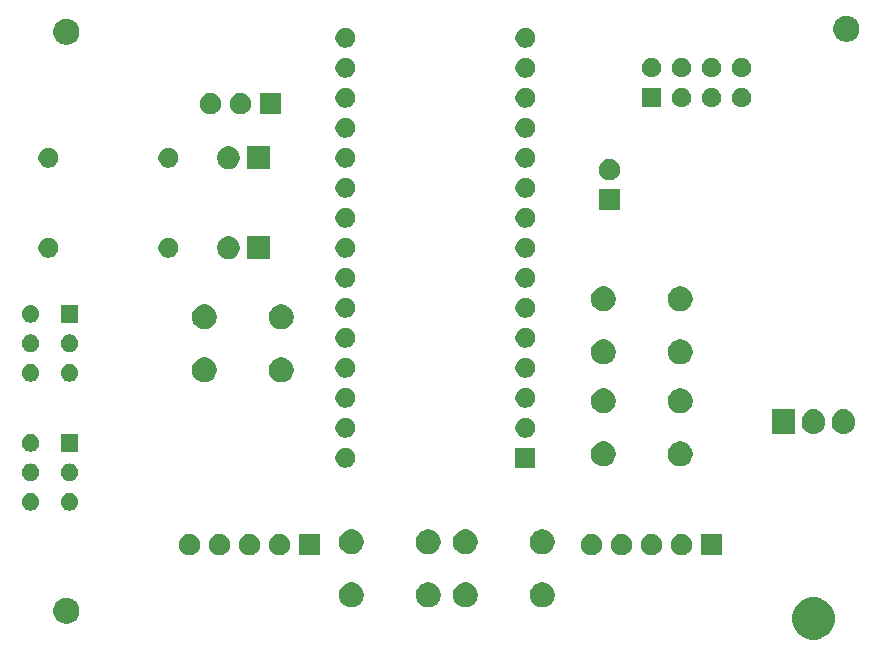
<source format=gbr>
G04 #@! TF.GenerationSoftware,KiCad,Pcbnew,(5.1.5)-3*
G04 #@! TF.CreationDate,2021-02-01T00:00:30+01:00*
G04 #@! TF.ProjectId,nadajnik_rev01,6e616461-6a6e-4696-9b5f-72657630312e,rev?*
G04 #@! TF.SameCoordinates,Original*
G04 #@! TF.FileFunction,Soldermask,Bot*
G04 #@! TF.FilePolarity,Negative*
%FSLAX46Y46*%
G04 Gerber Fmt 4.6, Leading zero omitted, Abs format (unit mm)*
G04 Created by KiCad (PCBNEW (5.1.5)-3) date 2021-02-01 00:00:30*
%MOMM*%
%LPD*%
G04 APERTURE LIST*
%ADD10C,0.100000*%
G04 APERTURE END LIST*
D10*
G36*
X156735331Y-108400211D02*
G01*
X157063092Y-108535974D01*
X157358070Y-108733072D01*
X157608928Y-108983930D01*
X157806026Y-109278908D01*
X157941789Y-109606669D01*
X158011000Y-109954616D01*
X158011000Y-110309384D01*
X157941789Y-110657331D01*
X157806026Y-110985092D01*
X157608928Y-111280070D01*
X157358070Y-111530928D01*
X157063092Y-111728026D01*
X156735331Y-111863789D01*
X156387384Y-111933000D01*
X156032616Y-111933000D01*
X155684669Y-111863789D01*
X155356908Y-111728026D01*
X155061930Y-111530928D01*
X154811072Y-111280070D01*
X154613974Y-110985092D01*
X154478211Y-110657331D01*
X154409000Y-110309384D01*
X154409000Y-109954616D01*
X154478211Y-109606669D01*
X154613974Y-109278908D01*
X154811072Y-108983930D01*
X155061930Y-108733072D01*
X155356908Y-108535974D01*
X155684669Y-108400211D01*
X156032616Y-108331000D01*
X156387384Y-108331000D01*
X156735331Y-108400211D01*
G37*
G36*
X93178794Y-108394155D02*
G01*
X93285150Y-108415311D01*
X93385334Y-108456809D01*
X93485520Y-108498307D01*
X93665844Y-108618795D01*
X93819205Y-108772156D01*
X93939693Y-108952480D01*
X93939693Y-108952481D01*
X94018448Y-109142611D01*
X94022689Y-109152851D01*
X94065000Y-109365560D01*
X94065000Y-109582440D01*
X94022689Y-109795149D01*
X93939693Y-109995520D01*
X93819205Y-110175844D01*
X93665844Y-110329205D01*
X93485520Y-110449693D01*
X93285150Y-110532689D01*
X93178795Y-110553844D01*
X93072440Y-110575000D01*
X92855560Y-110575000D01*
X92749205Y-110553844D01*
X92642850Y-110532689D01*
X92442480Y-110449693D01*
X92262156Y-110329205D01*
X92108795Y-110175844D01*
X91988307Y-109995520D01*
X91905311Y-109795149D01*
X91863000Y-109582440D01*
X91863000Y-109365560D01*
X91905311Y-109152851D01*
X91909553Y-109142611D01*
X91988307Y-108952481D01*
X91988307Y-108952480D01*
X92108795Y-108772156D01*
X92262156Y-108618795D01*
X92442480Y-108498307D01*
X92542666Y-108456809D01*
X92642850Y-108415311D01*
X92749206Y-108394155D01*
X92855560Y-108373000D01*
X93072440Y-108373000D01*
X93178794Y-108394155D01*
G37*
G36*
X117400564Y-107121389D02*
G01*
X117591833Y-107200615D01*
X117591835Y-107200616D01*
X117763973Y-107315635D01*
X117910365Y-107462027D01*
X118025385Y-107634167D01*
X118104611Y-107825436D01*
X118145000Y-108028484D01*
X118145000Y-108235516D01*
X118104611Y-108438564D01*
X118064262Y-108535975D01*
X118025384Y-108629835D01*
X117910365Y-108801973D01*
X117763973Y-108948365D01*
X117591835Y-109063384D01*
X117591834Y-109063385D01*
X117591833Y-109063385D01*
X117400564Y-109142611D01*
X117197516Y-109183000D01*
X116990484Y-109183000D01*
X116787436Y-109142611D01*
X116596167Y-109063385D01*
X116596166Y-109063385D01*
X116596165Y-109063384D01*
X116424027Y-108948365D01*
X116277635Y-108801973D01*
X116162616Y-108629835D01*
X116123738Y-108535975D01*
X116083389Y-108438564D01*
X116043000Y-108235516D01*
X116043000Y-108028484D01*
X116083389Y-107825436D01*
X116162615Y-107634167D01*
X116277635Y-107462027D01*
X116424027Y-107315635D01*
X116596165Y-107200616D01*
X116596167Y-107200615D01*
X116787436Y-107121389D01*
X116990484Y-107081000D01*
X117197516Y-107081000D01*
X117400564Y-107121389D01*
G37*
G36*
X127052564Y-107121389D02*
G01*
X127243833Y-107200615D01*
X127243835Y-107200616D01*
X127415973Y-107315635D01*
X127562365Y-107462027D01*
X127677385Y-107634167D01*
X127756611Y-107825436D01*
X127797000Y-108028484D01*
X127797000Y-108235516D01*
X127756611Y-108438564D01*
X127716262Y-108535975D01*
X127677384Y-108629835D01*
X127562365Y-108801973D01*
X127415973Y-108948365D01*
X127243835Y-109063384D01*
X127243834Y-109063385D01*
X127243833Y-109063385D01*
X127052564Y-109142611D01*
X126849516Y-109183000D01*
X126642484Y-109183000D01*
X126439436Y-109142611D01*
X126248167Y-109063385D01*
X126248166Y-109063385D01*
X126248165Y-109063384D01*
X126076027Y-108948365D01*
X125929635Y-108801973D01*
X125814616Y-108629835D01*
X125775738Y-108535975D01*
X125735389Y-108438564D01*
X125695000Y-108235516D01*
X125695000Y-108028484D01*
X125735389Y-107825436D01*
X125814615Y-107634167D01*
X125929635Y-107462027D01*
X126076027Y-107315635D01*
X126248165Y-107200616D01*
X126248167Y-107200615D01*
X126439436Y-107121389D01*
X126642484Y-107081000D01*
X126849516Y-107081000D01*
X127052564Y-107121389D01*
G37*
G36*
X133552564Y-107121389D02*
G01*
X133743833Y-107200615D01*
X133743835Y-107200616D01*
X133915973Y-107315635D01*
X134062365Y-107462027D01*
X134177385Y-107634167D01*
X134256611Y-107825436D01*
X134297000Y-108028484D01*
X134297000Y-108235516D01*
X134256611Y-108438564D01*
X134216262Y-108535975D01*
X134177384Y-108629835D01*
X134062365Y-108801973D01*
X133915973Y-108948365D01*
X133743835Y-109063384D01*
X133743834Y-109063385D01*
X133743833Y-109063385D01*
X133552564Y-109142611D01*
X133349516Y-109183000D01*
X133142484Y-109183000D01*
X132939436Y-109142611D01*
X132748167Y-109063385D01*
X132748166Y-109063385D01*
X132748165Y-109063384D01*
X132576027Y-108948365D01*
X132429635Y-108801973D01*
X132314616Y-108629835D01*
X132275738Y-108535975D01*
X132235389Y-108438564D01*
X132195000Y-108235516D01*
X132195000Y-108028484D01*
X132235389Y-107825436D01*
X132314615Y-107634167D01*
X132429635Y-107462027D01*
X132576027Y-107315635D01*
X132748165Y-107200616D01*
X132748167Y-107200615D01*
X132939436Y-107121389D01*
X133142484Y-107081000D01*
X133349516Y-107081000D01*
X133552564Y-107121389D01*
G37*
G36*
X123900564Y-107121389D02*
G01*
X124091833Y-107200615D01*
X124091835Y-107200616D01*
X124263973Y-107315635D01*
X124410365Y-107462027D01*
X124525385Y-107634167D01*
X124604611Y-107825436D01*
X124645000Y-108028484D01*
X124645000Y-108235516D01*
X124604611Y-108438564D01*
X124564262Y-108535975D01*
X124525384Y-108629835D01*
X124410365Y-108801973D01*
X124263973Y-108948365D01*
X124091835Y-109063384D01*
X124091834Y-109063385D01*
X124091833Y-109063385D01*
X123900564Y-109142611D01*
X123697516Y-109183000D01*
X123490484Y-109183000D01*
X123287436Y-109142611D01*
X123096167Y-109063385D01*
X123096166Y-109063385D01*
X123096165Y-109063384D01*
X122924027Y-108948365D01*
X122777635Y-108801973D01*
X122662616Y-108629835D01*
X122623738Y-108535975D01*
X122583389Y-108438564D01*
X122543000Y-108235516D01*
X122543000Y-108028484D01*
X122583389Y-107825436D01*
X122662615Y-107634167D01*
X122777635Y-107462027D01*
X122924027Y-107315635D01*
X123096165Y-107200616D01*
X123096167Y-107200615D01*
X123287436Y-107121389D01*
X123490484Y-107081000D01*
X123697516Y-107081000D01*
X123900564Y-107121389D01*
G37*
G36*
X137527512Y-102989927D02*
G01*
X137676812Y-103019624D01*
X137840784Y-103087544D01*
X137988354Y-103186147D01*
X138113853Y-103311646D01*
X138212456Y-103459216D01*
X138280376Y-103623188D01*
X138315000Y-103797259D01*
X138315000Y-103974741D01*
X138280376Y-104148812D01*
X138212456Y-104312784D01*
X138113853Y-104460354D01*
X137988354Y-104585853D01*
X137840784Y-104684456D01*
X137676812Y-104752376D01*
X137527512Y-104782073D01*
X137502742Y-104787000D01*
X137325258Y-104787000D01*
X137300488Y-104782073D01*
X137151188Y-104752376D01*
X136987216Y-104684456D01*
X136839646Y-104585853D01*
X136714147Y-104460354D01*
X136615544Y-104312784D01*
X136547624Y-104148812D01*
X136513000Y-103974741D01*
X136513000Y-103797259D01*
X136547624Y-103623188D01*
X136615544Y-103459216D01*
X136714147Y-103311646D01*
X136839646Y-103186147D01*
X136987216Y-103087544D01*
X137151188Y-103019624D01*
X137300488Y-102989927D01*
X137325258Y-102985000D01*
X137502742Y-102985000D01*
X137527512Y-102989927D01*
G37*
G36*
X111111512Y-102989927D02*
G01*
X111260812Y-103019624D01*
X111424784Y-103087544D01*
X111572354Y-103186147D01*
X111697853Y-103311646D01*
X111796456Y-103459216D01*
X111864376Y-103623188D01*
X111899000Y-103797259D01*
X111899000Y-103974741D01*
X111864376Y-104148812D01*
X111796456Y-104312784D01*
X111697853Y-104460354D01*
X111572354Y-104585853D01*
X111424784Y-104684456D01*
X111260812Y-104752376D01*
X111111512Y-104782073D01*
X111086742Y-104787000D01*
X110909258Y-104787000D01*
X110884488Y-104782073D01*
X110735188Y-104752376D01*
X110571216Y-104684456D01*
X110423646Y-104585853D01*
X110298147Y-104460354D01*
X110199544Y-104312784D01*
X110131624Y-104148812D01*
X110097000Y-103974741D01*
X110097000Y-103797259D01*
X110131624Y-103623188D01*
X110199544Y-103459216D01*
X110298147Y-103311646D01*
X110423646Y-103186147D01*
X110571216Y-103087544D01*
X110735188Y-103019624D01*
X110884488Y-102989927D01*
X110909258Y-102985000D01*
X111086742Y-102985000D01*
X111111512Y-102989927D01*
G37*
G36*
X140067512Y-102989927D02*
G01*
X140216812Y-103019624D01*
X140380784Y-103087544D01*
X140528354Y-103186147D01*
X140653853Y-103311646D01*
X140752456Y-103459216D01*
X140820376Y-103623188D01*
X140855000Y-103797259D01*
X140855000Y-103974741D01*
X140820376Y-104148812D01*
X140752456Y-104312784D01*
X140653853Y-104460354D01*
X140528354Y-104585853D01*
X140380784Y-104684456D01*
X140216812Y-104752376D01*
X140067512Y-104782073D01*
X140042742Y-104787000D01*
X139865258Y-104787000D01*
X139840488Y-104782073D01*
X139691188Y-104752376D01*
X139527216Y-104684456D01*
X139379646Y-104585853D01*
X139254147Y-104460354D01*
X139155544Y-104312784D01*
X139087624Y-104148812D01*
X139053000Y-103974741D01*
X139053000Y-103797259D01*
X139087624Y-103623188D01*
X139155544Y-103459216D01*
X139254147Y-103311646D01*
X139379646Y-103186147D01*
X139527216Y-103087544D01*
X139691188Y-103019624D01*
X139840488Y-102989927D01*
X139865258Y-102985000D01*
X140042742Y-102985000D01*
X140067512Y-102989927D01*
G37*
G36*
X142607512Y-102989927D02*
G01*
X142756812Y-103019624D01*
X142920784Y-103087544D01*
X143068354Y-103186147D01*
X143193853Y-103311646D01*
X143292456Y-103459216D01*
X143360376Y-103623188D01*
X143395000Y-103797259D01*
X143395000Y-103974741D01*
X143360376Y-104148812D01*
X143292456Y-104312784D01*
X143193853Y-104460354D01*
X143068354Y-104585853D01*
X142920784Y-104684456D01*
X142756812Y-104752376D01*
X142607512Y-104782073D01*
X142582742Y-104787000D01*
X142405258Y-104787000D01*
X142380488Y-104782073D01*
X142231188Y-104752376D01*
X142067216Y-104684456D01*
X141919646Y-104585853D01*
X141794147Y-104460354D01*
X141695544Y-104312784D01*
X141627624Y-104148812D01*
X141593000Y-103974741D01*
X141593000Y-103797259D01*
X141627624Y-103623188D01*
X141695544Y-103459216D01*
X141794147Y-103311646D01*
X141919646Y-103186147D01*
X142067216Y-103087544D01*
X142231188Y-103019624D01*
X142380488Y-102989927D01*
X142405258Y-102985000D01*
X142582742Y-102985000D01*
X142607512Y-102989927D01*
G37*
G36*
X145147512Y-102989927D02*
G01*
X145296812Y-103019624D01*
X145460784Y-103087544D01*
X145608354Y-103186147D01*
X145733853Y-103311646D01*
X145832456Y-103459216D01*
X145900376Y-103623188D01*
X145935000Y-103797259D01*
X145935000Y-103974741D01*
X145900376Y-104148812D01*
X145832456Y-104312784D01*
X145733853Y-104460354D01*
X145608354Y-104585853D01*
X145460784Y-104684456D01*
X145296812Y-104752376D01*
X145147512Y-104782073D01*
X145122742Y-104787000D01*
X144945258Y-104787000D01*
X144920488Y-104782073D01*
X144771188Y-104752376D01*
X144607216Y-104684456D01*
X144459646Y-104585853D01*
X144334147Y-104460354D01*
X144235544Y-104312784D01*
X144167624Y-104148812D01*
X144133000Y-103974741D01*
X144133000Y-103797259D01*
X144167624Y-103623188D01*
X144235544Y-103459216D01*
X144334147Y-103311646D01*
X144459646Y-103186147D01*
X144607216Y-103087544D01*
X144771188Y-103019624D01*
X144920488Y-102989927D01*
X144945258Y-102985000D01*
X145122742Y-102985000D01*
X145147512Y-102989927D01*
G37*
G36*
X148475000Y-104787000D02*
G01*
X146673000Y-104787000D01*
X146673000Y-102985000D01*
X148475000Y-102985000D01*
X148475000Y-104787000D01*
G37*
G36*
X103491512Y-102989927D02*
G01*
X103640812Y-103019624D01*
X103804784Y-103087544D01*
X103952354Y-103186147D01*
X104077853Y-103311646D01*
X104176456Y-103459216D01*
X104244376Y-103623188D01*
X104279000Y-103797259D01*
X104279000Y-103974741D01*
X104244376Y-104148812D01*
X104176456Y-104312784D01*
X104077853Y-104460354D01*
X103952354Y-104585853D01*
X103804784Y-104684456D01*
X103640812Y-104752376D01*
X103491512Y-104782073D01*
X103466742Y-104787000D01*
X103289258Y-104787000D01*
X103264488Y-104782073D01*
X103115188Y-104752376D01*
X102951216Y-104684456D01*
X102803646Y-104585853D01*
X102678147Y-104460354D01*
X102579544Y-104312784D01*
X102511624Y-104148812D01*
X102477000Y-103974741D01*
X102477000Y-103797259D01*
X102511624Y-103623188D01*
X102579544Y-103459216D01*
X102678147Y-103311646D01*
X102803646Y-103186147D01*
X102951216Y-103087544D01*
X103115188Y-103019624D01*
X103264488Y-102989927D01*
X103289258Y-102985000D01*
X103466742Y-102985000D01*
X103491512Y-102989927D01*
G37*
G36*
X106031512Y-102989927D02*
G01*
X106180812Y-103019624D01*
X106344784Y-103087544D01*
X106492354Y-103186147D01*
X106617853Y-103311646D01*
X106716456Y-103459216D01*
X106784376Y-103623188D01*
X106819000Y-103797259D01*
X106819000Y-103974741D01*
X106784376Y-104148812D01*
X106716456Y-104312784D01*
X106617853Y-104460354D01*
X106492354Y-104585853D01*
X106344784Y-104684456D01*
X106180812Y-104752376D01*
X106031512Y-104782073D01*
X106006742Y-104787000D01*
X105829258Y-104787000D01*
X105804488Y-104782073D01*
X105655188Y-104752376D01*
X105491216Y-104684456D01*
X105343646Y-104585853D01*
X105218147Y-104460354D01*
X105119544Y-104312784D01*
X105051624Y-104148812D01*
X105017000Y-103974741D01*
X105017000Y-103797259D01*
X105051624Y-103623188D01*
X105119544Y-103459216D01*
X105218147Y-103311646D01*
X105343646Y-103186147D01*
X105491216Y-103087544D01*
X105655188Y-103019624D01*
X105804488Y-102989927D01*
X105829258Y-102985000D01*
X106006742Y-102985000D01*
X106031512Y-102989927D01*
G37*
G36*
X108571512Y-102989927D02*
G01*
X108720812Y-103019624D01*
X108884784Y-103087544D01*
X109032354Y-103186147D01*
X109157853Y-103311646D01*
X109256456Y-103459216D01*
X109324376Y-103623188D01*
X109359000Y-103797259D01*
X109359000Y-103974741D01*
X109324376Y-104148812D01*
X109256456Y-104312784D01*
X109157853Y-104460354D01*
X109032354Y-104585853D01*
X108884784Y-104684456D01*
X108720812Y-104752376D01*
X108571512Y-104782073D01*
X108546742Y-104787000D01*
X108369258Y-104787000D01*
X108344488Y-104782073D01*
X108195188Y-104752376D01*
X108031216Y-104684456D01*
X107883646Y-104585853D01*
X107758147Y-104460354D01*
X107659544Y-104312784D01*
X107591624Y-104148812D01*
X107557000Y-103974741D01*
X107557000Y-103797259D01*
X107591624Y-103623188D01*
X107659544Y-103459216D01*
X107758147Y-103311646D01*
X107883646Y-103186147D01*
X108031216Y-103087544D01*
X108195188Y-103019624D01*
X108344488Y-102989927D01*
X108369258Y-102985000D01*
X108546742Y-102985000D01*
X108571512Y-102989927D01*
G37*
G36*
X114439000Y-104787000D02*
G01*
X112637000Y-104787000D01*
X112637000Y-102985000D01*
X114439000Y-102985000D01*
X114439000Y-104787000D01*
G37*
G36*
X117400564Y-102621389D02*
G01*
X117591833Y-102700615D01*
X117591835Y-102700616D01*
X117763973Y-102815635D01*
X117910365Y-102962027D01*
X118025385Y-103134167D01*
X118104611Y-103325436D01*
X118145000Y-103528484D01*
X118145000Y-103735516D01*
X118104611Y-103938564D01*
X118025385Y-104129833D01*
X118025384Y-104129835D01*
X117910365Y-104301973D01*
X117763973Y-104448365D01*
X117591835Y-104563384D01*
X117591834Y-104563385D01*
X117591833Y-104563385D01*
X117400564Y-104642611D01*
X117197516Y-104683000D01*
X116990484Y-104683000D01*
X116787436Y-104642611D01*
X116596167Y-104563385D01*
X116596166Y-104563385D01*
X116596165Y-104563384D01*
X116424027Y-104448365D01*
X116277635Y-104301973D01*
X116162616Y-104129835D01*
X116162615Y-104129833D01*
X116083389Y-103938564D01*
X116043000Y-103735516D01*
X116043000Y-103528484D01*
X116083389Y-103325436D01*
X116162615Y-103134167D01*
X116277635Y-102962027D01*
X116424027Y-102815635D01*
X116596165Y-102700616D01*
X116596167Y-102700615D01*
X116787436Y-102621389D01*
X116990484Y-102581000D01*
X117197516Y-102581000D01*
X117400564Y-102621389D01*
G37*
G36*
X123900564Y-102621389D02*
G01*
X124091833Y-102700615D01*
X124091835Y-102700616D01*
X124263973Y-102815635D01*
X124410365Y-102962027D01*
X124525385Y-103134167D01*
X124604611Y-103325436D01*
X124645000Y-103528484D01*
X124645000Y-103735516D01*
X124604611Y-103938564D01*
X124525385Y-104129833D01*
X124525384Y-104129835D01*
X124410365Y-104301973D01*
X124263973Y-104448365D01*
X124091835Y-104563384D01*
X124091834Y-104563385D01*
X124091833Y-104563385D01*
X123900564Y-104642611D01*
X123697516Y-104683000D01*
X123490484Y-104683000D01*
X123287436Y-104642611D01*
X123096167Y-104563385D01*
X123096166Y-104563385D01*
X123096165Y-104563384D01*
X122924027Y-104448365D01*
X122777635Y-104301973D01*
X122662616Y-104129835D01*
X122662615Y-104129833D01*
X122583389Y-103938564D01*
X122543000Y-103735516D01*
X122543000Y-103528484D01*
X122583389Y-103325436D01*
X122662615Y-103134167D01*
X122777635Y-102962027D01*
X122924027Y-102815635D01*
X123096165Y-102700616D01*
X123096167Y-102700615D01*
X123287436Y-102621389D01*
X123490484Y-102581000D01*
X123697516Y-102581000D01*
X123900564Y-102621389D01*
G37*
G36*
X127052564Y-102621389D02*
G01*
X127243833Y-102700615D01*
X127243835Y-102700616D01*
X127415973Y-102815635D01*
X127562365Y-102962027D01*
X127677385Y-103134167D01*
X127756611Y-103325436D01*
X127797000Y-103528484D01*
X127797000Y-103735516D01*
X127756611Y-103938564D01*
X127677385Y-104129833D01*
X127677384Y-104129835D01*
X127562365Y-104301973D01*
X127415973Y-104448365D01*
X127243835Y-104563384D01*
X127243834Y-104563385D01*
X127243833Y-104563385D01*
X127052564Y-104642611D01*
X126849516Y-104683000D01*
X126642484Y-104683000D01*
X126439436Y-104642611D01*
X126248167Y-104563385D01*
X126248166Y-104563385D01*
X126248165Y-104563384D01*
X126076027Y-104448365D01*
X125929635Y-104301973D01*
X125814616Y-104129835D01*
X125814615Y-104129833D01*
X125735389Y-103938564D01*
X125695000Y-103735516D01*
X125695000Y-103528484D01*
X125735389Y-103325436D01*
X125814615Y-103134167D01*
X125929635Y-102962027D01*
X126076027Y-102815635D01*
X126248165Y-102700616D01*
X126248167Y-102700615D01*
X126439436Y-102621389D01*
X126642484Y-102581000D01*
X126849516Y-102581000D01*
X127052564Y-102621389D01*
G37*
G36*
X133552564Y-102621389D02*
G01*
X133743833Y-102700615D01*
X133743835Y-102700616D01*
X133915973Y-102815635D01*
X134062365Y-102962027D01*
X134177385Y-103134167D01*
X134256611Y-103325436D01*
X134297000Y-103528484D01*
X134297000Y-103735516D01*
X134256611Y-103938564D01*
X134177385Y-104129833D01*
X134177384Y-104129835D01*
X134062365Y-104301973D01*
X133915973Y-104448365D01*
X133743835Y-104563384D01*
X133743834Y-104563385D01*
X133743833Y-104563385D01*
X133552564Y-104642611D01*
X133349516Y-104683000D01*
X133142484Y-104683000D01*
X132939436Y-104642611D01*
X132748167Y-104563385D01*
X132748166Y-104563385D01*
X132748165Y-104563384D01*
X132576027Y-104448365D01*
X132429635Y-104301973D01*
X132314616Y-104129835D01*
X132314615Y-104129833D01*
X132235389Y-103938564D01*
X132195000Y-103735516D01*
X132195000Y-103528484D01*
X132235389Y-103325436D01*
X132314615Y-103134167D01*
X132429635Y-102962027D01*
X132576027Y-102815635D01*
X132748165Y-102700616D01*
X132748167Y-102700615D01*
X132939436Y-102621389D01*
X133142484Y-102581000D01*
X133349516Y-102581000D01*
X133552564Y-102621389D01*
G37*
G36*
X93437059Y-99527860D02*
G01*
X93573732Y-99584472D01*
X93696735Y-99666660D01*
X93801340Y-99771265D01*
X93883528Y-99894268D01*
X93940140Y-100030941D01*
X93969000Y-100176033D01*
X93969000Y-100323967D01*
X93940140Y-100469059D01*
X93883528Y-100605732D01*
X93801340Y-100728735D01*
X93696735Y-100833340D01*
X93573732Y-100915528D01*
X93573731Y-100915529D01*
X93573730Y-100915529D01*
X93437059Y-100972140D01*
X93291968Y-101001000D01*
X93144032Y-101001000D01*
X92998941Y-100972140D01*
X92862270Y-100915529D01*
X92862269Y-100915529D01*
X92862268Y-100915528D01*
X92739265Y-100833340D01*
X92634660Y-100728735D01*
X92552472Y-100605732D01*
X92495860Y-100469059D01*
X92467000Y-100323967D01*
X92467000Y-100176033D01*
X92495860Y-100030941D01*
X92552472Y-99894268D01*
X92634660Y-99771265D01*
X92739265Y-99666660D01*
X92862268Y-99584472D01*
X92998941Y-99527860D01*
X93144032Y-99499000D01*
X93291968Y-99499000D01*
X93437059Y-99527860D01*
G37*
G36*
X90137059Y-99527860D02*
G01*
X90273732Y-99584472D01*
X90396735Y-99666660D01*
X90501340Y-99771265D01*
X90583528Y-99894268D01*
X90640140Y-100030941D01*
X90669000Y-100176033D01*
X90669000Y-100323967D01*
X90640140Y-100469059D01*
X90583528Y-100605732D01*
X90501340Y-100728735D01*
X90396735Y-100833340D01*
X90273732Y-100915528D01*
X90273731Y-100915529D01*
X90273730Y-100915529D01*
X90137059Y-100972140D01*
X89991968Y-101001000D01*
X89844032Y-101001000D01*
X89698941Y-100972140D01*
X89562270Y-100915529D01*
X89562269Y-100915529D01*
X89562268Y-100915528D01*
X89439265Y-100833340D01*
X89334660Y-100728735D01*
X89252472Y-100605732D01*
X89195860Y-100469059D01*
X89167000Y-100323967D01*
X89167000Y-100176033D01*
X89195860Y-100030941D01*
X89252472Y-99894268D01*
X89334660Y-99771265D01*
X89439265Y-99666660D01*
X89562268Y-99584472D01*
X89698941Y-99527860D01*
X89844032Y-99499000D01*
X89991968Y-99499000D01*
X90137059Y-99527860D01*
G37*
G36*
X90049104Y-97010365D02*
G01*
X90137059Y-97027860D01*
X90273732Y-97084472D01*
X90396735Y-97166660D01*
X90501340Y-97271265D01*
X90583528Y-97394268D01*
X90640140Y-97530941D01*
X90669000Y-97676033D01*
X90669000Y-97823967D01*
X90640140Y-97969059D01*
X90583528Y-98105732D01*
X90501340Y-98228735D01*
X90396735Y-98333340D01*
X90273732Y-98415528D01*
X90273731Y-98415529D01*
X90273730Y-98415529D01*
X90137059Y-98472140D01*
X89991968Y-98501000D01*
X89844032Y-98501000D01*
X89698941Y-98472140D01*
X89562270Y-98415529D01*
X89562269Y-98415529D01*
X89562268Y-98415528D01*
X89439265Y-98333340D01*
X89334660Y-98228735D01*
X89252472Y-98105732D01*
X89195860Y-97969059D01*
X89167000Y-97823967D01*
X89167000Y-97676033D01*
X89195860Y-97530941D01*
X89252472Y-97394268D01*
X89334660Y-97271265D01*
X89439265Y-97166660D01*
X89562268Y-97084472D01*
X89698941Y-97027860D01*
X89786896Y-97010365D01*
X89844032Y-96999000D01*
X89991968Y-96999000D01*
X90049104Y-97010365D01*
G37*
G36*
X93349104Y-97010365D02*
G01*
X93437059Y-97027860D01*
X93573732Y-97084472D01*
X93696735Y-97166660D01*
X93801340Y-97271265D01*
X93883528Y-97394268D01*
X93940140Y-97530941D01*
X93969000Y-97676033D01*
X93969000Y-97823967D01*
X93940140Y-97969059D01*
X93883528Y-98105732D01*
X93801340Y-98228735D01*
X93696735Y-98333340D01*
X93573732Y-98415528D01*
X93573731Y-98415529D01*
X93573730Y-98415529D01*
X93437059Y-98472140D01*
X93291968Y-98501000D01*
X93144032Y-98501000D01*
X92998941Y-98472140D01*
X92862270Y-98415529D01*
X92862269Y-98415529D01*
X92862268Y-98415528D01*
X92739265Y-98333340D01*
X92634660Y-98228735D01*
X92552472Y-98105732D01*
X92495860Y-97969059D01*
X92467000Y-97823967D01*
X92467000Y-97676033D01*
X92495860Y-97530941D01*
X92552472Y-97394268D01*
X92634660Y-97271265D01*
X92739265Y-97166660D01*
X92862268Y-97084472D01*
X92998941Y-97027860D01*
X93086896Y-97010365D01*
X93144032Y-96999000D01*
X93291968Y-96999000D01*
X93349104Y-97010365D01*
G37*
G36*
X116834228Y-95701703D02*
G01*
X116989100Y-95765853D01*
X117128481Y-95858985D01*
X117247015Y-95977519D01*
X117340147Y-96116900D01*
X117404297Y-96271772D01*
X117437000Y-96436184D01*
X117437000Y-96603816D01*
X117404297Y-96768228D01*
X117340147Y-96923100D01*
X117247015Y-97062481D01*
X117128481Y-97181015D01*
X116989100Y-97274147D01*
X116834228Y-97338297D01*
X116669816Y-97371000D01*
X116502184Y-97371000D01*
X116337772Y-97338297D01*
X116182900Y-97274147D01*
X116043519Y-97181015D01*
X115924985Y-97062481D01*
X115831853Y-96923100D01*
X115767703Y-96768228D01*
X115735000Y-96603816D01*
X115735000Y-96436184D01*
X115767703Y-96271772D01*
X115831853Y-96116900D01*
X115924985Y-95977519D01*
X116043519Y-95858985D01*
X116182900Y-95765853D01*
X116337772Y-95701703D01*
X116502184Y-95669000D01*
X116669816Y-95669000D01*
X116834228Y-95701703D01*
G37*
G36*
X132677000Y-97371000D02*
G01*
X130975000Y-97371000D01*
X130975000Y-95669000D01*
X132677000Y-95669000D01*
X132677000Y-97371000D01*
G37*
G36*
X138736564Y-95183389D02*
G01*
X138927833Y-95262615D01*
X138927835Y-95262616D01*
X139099973Y-95377635D01*
X139246365Y-95524027D01*
X139300959Y-95605732D01*
X139361385Y-95696167D01*
X139440611Y-95887436D01*
X139481000Y-96090484D01*
X139481000Y-96297516D01*
X139440611Y-96500564D01*
X139361385Y-96691833D01*
X139361384Y-96691835D01*
X139246365Y-96863973D01*
X139099973Y-97010365D01*
X138927835Y-97125384D01*
X138927834Y-97125385D01*
X138927833Y-97125385D01*
X138736564Y-97204611D01*
X138533516Y-97245000D01*
X138326484Y-97245000D01*
X138123436Y-97204611D01*
X137932167Y-97125385D01*
X137932166Y-97125385D01*
X137932165Y-97125384D01*
X137760027Y-97010365D01*
X137613635Y-96863973D01*
X137498616Y-96691835D01*
X137498615Y-96691833D01*
X137419389Y-96500564D01*
X137379000Y-96297516D01*
X137379000Y-96090484D01*
X137419389Y-95887436D01*
X137498615Y-95696167D01*
X137559042Y-95605732D01*
X137613635Y-95524027D01*
X137760027Y-95377635D01*
X137932165Y-95262616D01*
X137932167Y-95262615D01*
X138123436Y-95183389D01*
X138326484Y-95143000D01*
X138533516Y-95143000D01*
X138736564Y-95183389D01*
G37*
G36*
X145236564Y-95183389D02*
G01*
X145427833Y-95262615D01*
X145427835Y-95262616D01*
X145599973Y-95377635D01*
X145746365Y-95524027D01*
X145800959Y-95605732D01*
X145861385Y-95696167D01*
X145940611Y-95887436D01*
X145981000Y-96090484D01*
X145981000Y-96297516D01*
X145940611Y-96500564D01*
X145861385Y-96691833D01*
X145861384Y-96691835D01*
X145746365Y-96863973D01*
X145599973Y-97010365D01*
X145427835Y-97125384D01*
X145427834Y-97125385D01*
X145427833Y-97125385D01*
X145236564Y-97204611D01*
X145033516Y-97245000D01*
X144826484Y-97245000D01*
X144623436Y-97204611D01*
X144432167Y-97125385D01*
X144432166Y-97125385D01*
X144432165Y-97125384D01*
X144260027Y-97010365D01*
X144113635Y-96863973D01*
X143998616Y-96691835D01*
X143998615Y-96691833D01*
X143919389Y-96500564D01*
X143879000Y-96297516D01*
X143879000Y-96090484D01*
X143919389Y-95887436D01*
X143998615Y-95696167D01*
X144059042Y-95605732D01*
X144113635Y-95524027D01*
X144260027Y-95377635D01*
X144432165Y-95262616D01*
X144432167Y-95262615D01*
X144623436Y-95183389D01*
X144826484Y-95143000D01*
X145033516Y-95143000D01*
X145236564Y-95183389D01*
G37*
G36*
X90112626Y-94523000D02*
G01*
X90137059Y-94527860D01*
X90273732Y-94584472D01*
X90396735Y-94666660D01*
X90501340Y-94771265D01*
X90583528Y-94894268D01*
X90583529Y-94894270D01*
X90640140Y-95030941D01*
X90669000Y-95176032D01*
X90669000Y-95323968D01*
X90640140Y-95469059D01*
X90617372Y-95524027D01*
X90583528Y-95605732D01*
X90501340Y-95728735D01*
X90396735Y-95833340D01*
X90273732Y-95915528D01*
X90273731Y-95915529D01*
X90273730Y-95915529D01*
X90137059Y-95972140D01*
X89991968Y-96001000D01*
X89844032Y-96001000D01*
X89698941Y-95972140D01*
X89562270Y-95915529D01*
X89562269Y-95915529D01*
X89562268Y-95915528D01*
X89439265Y-95833340D01*
X89334660Y-95728735D01*
X89252472Y-95605732D01*
X89218629Y-95524027D01*
X89195860Y-95469059D01*
X89167000Y-95323968D01*
X89167000Y-95176032D01*
X89195860Y-95030941D01*
X89252471Y-94894270D01*
X89252472Y-94894268D01*
X89334660Y-94771265D01*
X89439265Y-94666660D01*
X89562268Y-94584472D01*
X89698941Y-94527860D01*
X89723374Y-94523000D01*
X89844032Y-94499000D01*
X89991968Y-94499000D01*
X90112626Y-94523000D01*
G37*
G36*
X93969000Y-96001000D02*
G01*
X92467000Y-96001000D01*
X92467000Y-94499000D01*
X93969000Y-94499000D01*
X93969000Y-96001000D01*
G37*
G36*
X132074228Y-93161703D02*
G01*
X132229100Y-93225853D01*
X132368481Y-93318985D01*
X132487015Y-93437519D01*
X132580147Y-93576900D01*
X132644297Y-93731772D01*
X132677000Y-93896184D01*
X132677000Y-94063816D01*
X132644297Y-94228228D01*
X132580147Y-94383100D01*
X132487015Y-94522481D01*
X132368481Y-94641015D01*
X132229100Y-94734147D01*
X132074228Y-94798297D01*
X131909816Y-94831000D01*
X131742184Y-94831000D01*
X131577772Y-94798297D01*
X131422900Y-94734147D01*
X131283519Y-94641015D01*
X131164985Y-94522481D01*
X131071853Y-94383100D01*
X131007703Y-94228228D01*
X130975000Y-94063816D01*
X130975000Y-93896184D01*
X131007703Y-93731772D01*
X131071853Y-93576900D01*
X131164985Y-93437519D01*
X131283519Y-93318985D01*
X131422900Y-93225853D01*
X131577772Y-93161703D01*
X131742184Y-93129000D01*
X131909816Y-93129000D01*
X132074228Y-93161703D01*
G37*
G36*
X116834228Y-93161703D02*
G01*
X116989100Y-93225853D01*
X117128481Y-93318985D01*
X117247015Y-93437519D01*
X117340147Y-93576900D01*
X117404297Y-93731772D01*
X117437000Y-93896184D01*
X117437000Y-94063816D01*
X117404297Y-94228228D01*
X117340147Y-94383100D01*
X117247015Y-94522481D01*
X117128481Y-94641015D01*
X116989100Y-94734147D01*
X116834228Y-94798297D01*
X116669816Y-94831000D01*
X116502184Y-94831000D01*
X116337772Y-94798297D01*
X116182900Y-94734147D01*
X116043519Y-94641015D01*
X115924985Y-94522481D01*
X115831853Y-94383100D01*
X115767703Y-94228228D01*
X115735000Y-94063816D01*
X115735000Y-93896184D01*
X115767703Y-93731772D01*
X115831853Y-93576900D01*
X115924985Y-93437519D01*
X116043519Y-93318985D01*
X116182900Y-93225853D01*
X116337772Y-93161703D01*
X116502184Y-93129000D01*
X116669816Y-93129000D01*
X116834228Y-93161703D01*
G37*
G36*
X158946719Y-92435520D02*
G01*
X159135880Y-92492901D01*
X159135883Y-92492902D01*
X159228333Y-92542318D01*
X159310212Y-92586083D01*
X159463015Y-92711485D01*
X159588417Y-92864288D01*
X159681599Y-93038619D01*
X159738980Y-93227780D01*
X159753500Y-93375206D01*
X159753500Y-93568793D01*
X159738980Y-93716219D01*
X159684388Y-93896185D01*
X159681598Y-93905383D01*
X159632182Y-93997833D01*
X159588417Y-94079712D01*
X159463015Y-94232515D01*
X159310212Y-94357917D01*
X159135881Y-94451099D01*
X158946720Y-94508480D01*
X158750000Y-94527855D01*
X158553281Y-94508480D01*
X158364120Y-94451099D01*
X158189788Y-94357917D01*
X158036985Y-94232515D01*
X157911583Y-94079712D01*
X157818401Y-93905381D01*
X157761020Y-93716220D01*
X157746500Y-93568794D01*
X157746500Y-93375207D01*
X157761020Y-93227781D01*
X157818401Y-93038620D01*
X157818402Y-93038617D01*
X157867818Y-92946167D01*
X157911583Y-92864288D01*
X158036985Y-92711485D01*
X158189788Y-92586083D01*
X158364119Y-92492901D01*
X158553280Y-92435520D01*
X158750000Y-92416145D01*
X158946719Y-92435520D01*
G37*
G36*
X156406719Y-92435520D02*
G01*
X156595880Y-92492901D01*
X156595883Y-92492902D01*
X156688333Y-92542318D01*
X156770212Y-92586083D01*
X156923015Y-92711485D01*
X157048417Y-92864288D01*
X157141599Y-93038619D01*
X157198980Y-93227780D01*
X157213500Y-93375206D01*
X157213500Y-93568793D01*
X157198980Y-93716219D01*
X157144388Y-93896185D01*
X157141598Y-93905383D01*
X157092182Y-93997833D01*
X157048417Y-94079712D01*
X156923015Y-94232515D01*
X156770212Y-94357917D01*
X156595881Y-94451099D01*
X156406720Y-94508480D01*
X156210000Y-94527855D01*
X156013281Y-94508480D01*
X155824120Y-94451099D01*
X155649788Y-94357917D01*
X155496985Y-94232515D01*
X155371583Y-94079712D01*
X155278401Y-93905381D01*
X155221020Y-93716220D01*
X155206500Y-93568794D01*
X155206500Y-93375207D01*
X155221020Y-93227781D01*
X155278401Y-93038620D01*
X155278402Y-93038617D01*
X155327818Y-92946167D01*
X155371583Y-92864288D01*
X155496985Y-92711485D01*
X155649788Y-92586083D01*
X155824119Y-92492901D01*
X156013280Y-92435520D01*
X156210000Y-92416145D01*
X156406719Y-92435520D01*
G37*
G36*
X154673500Y-94523000D02*
G01*
X152666500Y-94523000D01*
X152666500Y-92421000D01*
X154673500Y-92421000D01*
X154673500Y-94523000D01*
G37*
G36*
X138736564Y-90683389D02*
G01*
X138927833Y-90762615D01*
X138927835Y-90762616D01*
X139099973Y-90877635D01*
X139246365Y-91024027D01*
X139358449Y-91191772D01*
X139361385Y-91196167D01*
X139440611Y-91387436D01*
X139481000Y-91590484D01*
X139481000Y-91797516D01*
X139440611Y-92000564D01*
X139399003Y-92101015D01*
X139361384Y-92191835D01*
X139246365Y-92363973D01*
X139099973Y-92510365D01*
X138927835Y-92625384D01*
X138927834Y-92625385D01*
X138927833Y-92625385D01*
X138736564Y-92704611D01*
X138533516Y-92745000D01*
X138326484Y-92745000D01*
X138123436Y-92704611D01*
X137932167Y-92625385D01*
X137932166Y-92625385D01*
X137932165Y-92625384D01*
X137760027Y-92510365D01*
X137613635Y-92363973D01*
X137498616Y-92191835D01*
X137460997Y-92101015D01*
X137419389Y-92000564D01*
X137379000Y-91797516D01*
X137379000Y-91590484D01*
X137419389Y-91387436D01*
X137498615Y-91196167D01*
X137501552Y-91191772D01*
X137613635Y-91024027D01*
X137760027Y-90877635D01*
X137932165Y-90762616D01*
X137932167Y-90762615D01*
X138123436Y-90683389D01*
X138326484Y-90643000D01*
X138533516Y-90643000D01*
X138736564Y-90683389D01*
G37*
G36*
X145236564Y-90683389D02*
G01*
X145427833Y-90762615D01*
X145427835Y-90762616D01*
X145599973Y-90877635D01*
X145746365Y-91024027D01*
X145858449Y-91191772D01*
X145861385Y-91196167D01*
X145940611Y-91387436D01*
X145981000Y-91590484D01*
X145981000Y-91797516D01*
X145940611Y-92000564D01*
X145899003Y-92101015D01*
X145861384Y-92191835D01*
X145746365Y-92363973D01*
X145599973Y-92510365D01*
X145427835Y-92625384D01*
X145427834Y-92625385D01*
X145427833Y-92625385D01*
X145236564Y-92704611D01*
X145033516Y-92745000D01*
X144826484Y-92745000D01*
X144623436Y-92704611D01*
X144432167Y-92625385D01*
X144432166Y-92625385D01*
X144432165Y-92625384D01*
X144260027Y-92510365D01*
X144113635Y-92363973D01*
X143998616Y-92191835D01*
X143960997Y-92101015D01*
X143919389Y-92000564D01*
X143879000Y-91797516D01*
X143879000Y-91590484D01*
X143919389Y-91387436D01*
X143998615Y-91196167D01*
X144001552Y-91191772D01*
X144113635Y-91024027D01*
X144260027Y-90877635D01*
X144432165Y-90762616D01*
X144432167Y-90762615D01*
X144623436Y-90683389D01*
X144826484Y-90643000D01*
X145033516Y-90643000D01*
X145236564Y-90683389D01*
G37*
G36*
X116834228Y-90621703D02*
G01*
X116989100Y-90685853D01*
X117128481Y-90778985D01*
X117247015Y-90897519D01*
X117340147Y-91036900D01*
X117404297Y-91191772D01*
X117437000Y-91356184D01*
X117437000Y-91523816D01*
X117404297Y-91688228D01*
X117340147Y-91843100D01*
X117247015Y-91982481D01*
X117128481Y-92101015D01*
X116989100Y-92194147D01*
X116834228Y-92258297D01*
X116669816Y-92291000D01*
X116502184Y-92291000D01*
X116337772Y-92258297D01*
X116182900Y-92194147D01*
X116043519Y-92101015D01*
X115924985Y-91982481D01*
X115831853Y-91843100D01*
X115767703Y-91688228D01*
X115735000Y-91523816D01*
X115735000Y-91356184D01*
X115767703Y-91191772D01*
X115831853Y-91036900D01*
X115924985Y-90897519D01*
X116043519Y-90778985D01*
X116182900Y-90685853D01*
X116337772Y-90621703D01*
X116502184Y-90589000D01*
X116669816Y-90589000D01*
X116834228Y-90621703D01*
G37*
G36*
X132074228Y-90621703D02*
G01*
X132229100Y-90685853D01*
X132368481Y-90778985D01*
X132487015Y-90897519D01*
X132580147Y-91036900D01*
X132644297Y-91191772D01*
X132677000Y-91356184D01*
X132677000Y-91523816D01*
X132644297Y-91688228D01*
X132580147Y-91843100D01*
X132487015Y-91982481D01*
X132368481Y-92101015D01*
X132229100Y-92194147D01*
X132074228Y-92258297D01*
X131909816Y-92291000D01*
X131742184Y-92291000D01*
X131577772Y-92258297D01*
X131422900Y-92194147D01*
X131283519Y-92101015D01*
X131164985Y-91982481D01*
X131071853Y-91843100D01*
X131007703Y-91688228D01*
X130975000Y-91523816D01*
X130975000Y-91356184D01*
X131007703Y-91191772D01*
X131071853Y-91036900D01*
X131164985Y-90897519D01*
X131283519Y-90778985D01*
X131422900Y-90685853D01*
X131577772Y-90621703D01*
X131742184Y-90589000D01*
X131909816Y-90589000D01*
X132074228Y-90621703D01*
G37*
G36*
X111454564Y-88071389D02*
G01*
X111634334Y-88145852D01*
X111645835Y-88150616D01*
X111761608Y-88227973D01*
X111817973Y-88265635D01*
X111964365Y-88412027D01*
X112079385Y-88584167D01*
X112158611Y-88775436D01*
X112199000Y-88978484D01*
X112199000Y-89185516D01*
X112158611Y-89388564D01*
X112079385Y-89579833D01*
X112079384Y-89579835D01*
X111964365Y-89751973D01*
X111817973Y-89898365D01*
X111645835Y-90013384D01*
X111645834Y-90013385D01*
X111645833Y-90013385D01*
X111454564Y-90092611D01*
X111251516Y-90133000D01*
X111044484Y-90133000D01*
X110841436Y-90092611D01*
X110650167Y-90013385D01*
X110650166Y-90013385D01*
X110650165Y-90013384D01*
X110478027Y-89898365D01*
X110331635Y-89751973D01*
X110216616Y-89579835D01*
X110216615Y-89579833D01*
X110137389Y-89388564D01*
X110097000Y-89185516D01*
X110097000Y-88978484D01*
X110137389Y-88775436D01*
X110216615Y-88584167D01*
X110331635Y-88412027D01*
X110478027Y-88265635D01*
X110534392Y-88227973D01*
X110650165Y-88150616D01*
X110661666Y-88145852D01*
X110841436Y-88071389D01*
X111044484Y-88031000D01*
X111251516Y-88031000D01*
X111454564Y-88071389D01*
G37*
G36*
X104954564Y-88071389D02*
G01*
X105134334Y-88145852D01*
X105145835Y-88150616D01*
X105261608Y-88227973D01*
X105317973Y-88265635D01*
X105464365Y-88412027D01*
X105579385Y-88584167D01*
X105658611Y-88775436D01*
X105699000Y-88978484D01*
X105699000Y-89185516D01*
X105658611Y-89388564D01*
X105579385Y-89579833D01*
X105579384Y-89579835D01*
X105464365Y-89751973D01*
X105317973Y-89898365D01*
X105145835Y-90013384D01*
X105145834Y-90013385D01*
X105145833Y-90013385D01*
X104954564Y-90092611D01*
X104751516Y-90133000D01*
X104544484Y-90133000D01*
X104341436Y-90092611D01*
X104150167Y-90013385D01*
X104150166Y-90013385D01*
X104150165Y-90013384D01*
X103978027Y-89898365D01*
X103831635Y-89751973D01*
X103716616Y-89579835D01*
X103716615Y-89579833D01*
X103637389Y-89388564D01*
X103597000Y-89185516D01*
X103597000Y-88978484D01*
X103637389Y-88775436D01*
X103716615Y-88584167D01*
X103831635Y-88412027D01*
X103978027Y-88265635D01*
X104034392Y-88227973D01*
X104150165Y-88150616D01*
X104161666Y-88145852D01*
X104341436Y-88071389D01*
X104544484Y-88031000D01*
X104751516Y-88031000D01*
X104954564Y-88071389D01*
G37*
G36*
X93327989Y-88584165D02*
G01*
X93437059Y-88605860D01*
X93573732Y-88662472D01*
X93696735Y-88744660D01*
X93801340Y-88849265D01*
X93801341Y-88849267D01*
X93883529Y-88972270D01*
X93940140Y-89108941D01*
X93969000Y-89254032D01*
X93969000Y-89401968D01*
X93940140Y-89547059D01*
X93883528Y-89683732D01*
X93801340Y-89806735D01*
X93696735Y-89911340D01*
X93573732Y-89993528D01*
X93573731Y-89993529D01*
X93573730Y-89993529D01*
X93437059Y-90050140D01*
X93291968Y-90079000D01*
X93144032Y-90079000D01*
X92998941Y-90050140D01*
X92862270Y-89993529D01*
X92862269Y-89993529D01*
X92862268Y-89993528D01*
X92739265Y-89911340D01*
X92634660Y-89806735D01*
X92552472Y-89683732D01*
X92495860Y-89547059D01*
X92467000Y-89401968D01*
X92467000Y-89254032D01*
X92495860Y-89108941D01*
X92552471Y-88972270D01*
X92634659Y-88849267D01*
X92634660Y-88849265D01*
X92739265Y-88744660D01*
X92862268Y-88662472D01*
X92998941Y-88605860D01*
X93108011Y-88584165D01*
X93144032Y-88577000D01*
X93291968Y-88577000D01*
X93327989Y-88584165D01*
G37*
G36*
X90027989Y-88584165D02*
G01*
X90137059Y-88605860D01*
X90273732Y-88662472D01*
X90396735Y-88744660D01*
X90501340Y-88849265D01*
X90501341Y-88849267D01*
X90583529Y-88972270D01*
X90640140Y-89108941D01*
X90669000Y-89254032D01*
X90669000Y-89401968D01*
X90640140Y-89547059D01*
X90583528Y-89683732D01*
X90501340Y-89806735D01*
X90396735Y-89911340D01*
X90273732Y-89993528D01*
X90273731Y-89993529D01*
X90273730Y-89993529D01*
X90137059Y-90050140D01*
X89991968Y-90079000D01*
X89844032Y-90079000D01*
X89698941Y-90050140D01*
X89562270Y-89993529D01*
X89562269Y-89993529D01*
X89562268Y-89993528D01*
X89439265Y-89911340D01*
X89334660Y-89806735D01*
X89252472Y-89683732D01*
X89195860Y-89547059D01*
X89167000Y-89401968D01*
X89167000Y-89254032D01*
X89195860Y-89108941D01*
X89252471Y-88972270D01*
X89334659Y-88849267D01*
X89334660Y-88849265D01*
X89439265Y-88744660D01*
X89562268Y-88662472D01*
X89698941Y-88605860D01*
X89808011Y-88584165D01*
X89844032Y-88577000D01*
X89991968Y-88577000D01*
X90027989Y-88584165D01*
G37*
G36*
X132074228Y-88081703D02*
G01*
X132229100Y-88145853D01*
X132368481Y-88238985D01*
X132487015Y-88357519D01*
X132580147Y-88496900D01*
X132644297Y-88651772D01*
X132677000Y-88816184D01*
X132677000Y-88983816D01*
X132644297Y-89148228D01*
X132580147Y-89303100D01*
X132487015Y-89442481D01*
X132368481Y-89561015D01*
X132229100Y-89654147D01*
X132074228Y-89718297D01*
X131909816Y-89751000D01*
X131742184Y-89751000D01*
X131577772Y-89718297D01*
X131422900Y-89654147D01*
X131283519Y-89561015D01*
X131164985Y-89442481D01*
X131071853Y-89303100D01*
X131007703Y-89148228D01*
X130975000Y-88983816D01*
X130975000Y-88816184D01*
X131007703Y-88651772D01*
X131071853Y-88496900D01*
X131164985Y-88357519D01*
X131283519Y-88238985D01*
X131422900Y-88145853D01*
X131577772Y-88081703D01*
X131742184Y-88049000D01*
X131909816Y-88049000D01*
X132074228Y-88081703D01*
G37*
G36*
X116834228Y-88081703D02*
G01*
X116989100Y-88145853D01*
X117128481Y-88238985D01*
X117247015Y-88357519D01*
X117340147Y-88496900D01*
X117404297Y-88651772D01*
X117437000Y-88816184D01*
X117437000Y-88983816D01*
X117404297Y-89148228D01*
X117340147Y-89303100D01*
X117247015Y-89442481D01*
X117128481Y-89561015D01*
X116989100Y-89654147D01*
X116834228Y-89718297D01*
X116669816Y-89751000D01*
X116502184Y-89751000D01*
X116337772Y-89718297D01*
X116182900Y-89654147D01*
X116043519Y-89561015D01*
X115924985Y-89442481D01*
X115831853Y-89303100D01*
X115767703Y-89148228D01*
X115735000Y-88983816D01*
X115735000Y-88816184D01*
X115767703Y-88651772D01*
X115831853Y-88496900D01*
X115924985Y-88357519D01*
X116043519Y-88238985D01*
X116182900Y-88145853D01*
X116337772Y-88081703D01*
X116502184Y-88049000D01*
X116669816Y-88049000D01*
X116834228Y-88081703D01*
G37*
G36*
X145236564Y-86547389D02*
G01*
X145427833Y-86626615D01*
X145427835Y-86626616D01*
X145599973Y-86741635D01*
X145746365Y-86888027D01*
X145861385Y-87060167D01*
X145940611Y-87251436D01*
X145981000Y-87454484D01*
X145981000Y-87661516D01*
X145940611Y-87864564D01*
X145871671Y-88031000D01*
X145861384Y-88055835D01*
X145746365Y-88227973D01*
X145599973Y-88374365D01*
X145427835Y-88489384D01*
X145427834Y-88489385D01*
X145427833Y-88489385D01*
X145236564Y-88568611D01*
X145033516Y-88609000D01*
X144826484Y-88609000D01*
X144623436Y-88568611D01*
X144432167Y-88489385D01*
X144432166Y-88489385D01*
X144432165Y-88489384D01*
X144260027Y-88374365D01*
X144113635Y-88227973D01*
X143998616Y-88055835D01*
X143988329Y-88031000D01*
X143919389Y-87864564D01*
X143879000Y-87661516D01*
X143879000Y-87454484D01*
X143919389Y-87251436D01*
X143998615Y-87060167D01*
X144113635Y-86888027D01*
X144260027Y-86741635D01*
X144432165Y-86626616D01*
X144432167Y-86626615D01*
X144623436Y-86547389D01*
X144826484Y-86507000D01*
X145033516Y-86507000D01*
X145236564Y-86547389D01*
G37*
G36*
X138736564Y-86547389D02*
G01*
X138927833Y-86626615D01*
X138927835Y-86626616D01*
X139099973Y-86741635D01*
X139246365Y-86888027D01*
X139361385Y-87060167D01*
X139440611Y-87251436D01*
X139481000Y-87454484D01*
X139481000Y-87661516D01*
X139440611Y-87864564D01*
X139371671Y-88031000D01*
X139361384Y-88055835D01*
X139246365Y-88227973D01*
X139099973Y-88374365D01*
X138927835Y-88489384D01*
X138927834Y-88489385D01*
X138927833Y-88489385D01*
X138736564Y-88568611D01*
X138533516Y-88609000D01*
X138326484Y-88609000D01*
X138123436Y-88568611D01*
X137932167Y-88489385D01*
X137932166Y-88489385D01*
X137932165Y-88489384D01*
X137760027Y-88374365D01*
X137613635Y-88227973D01*
X137498616Y-88055835D01*
X137488329Y-88031000D01*
X137419389Y-87864564D01*
X137379000Y-87661516D01*
X137379000Y-87454484D01*
X137419389Y-87251436D01*
X137498615Y-87060167D01*
X137613635Y-86888027D01*
X137760027Y-86741635D01*
X137932165Y-86626616D01*
X137932167Y-86626615D01*
X138123436Y-86547389D01*
X138326484Y-86507000D01*
X138533516Y-86507000D01*
X138736564Y-86547389D01*
G37*
G36*
X90137059Y-86105860D02*
G01*
X90273732Y-86162472D01*
X90396735Y-86244660D01*
X90501340Y-86349265D01*
X90583528Y-86472268D01*
X90640140Y-86608941D01*
X90669000Y-86754033D01*
X90669000Y-86901967D01*
X90640140Y-87047059D01*
X90583528Y-87183732D01*
X90501340Y-87306735D01*
X90396735Y-87411340D01*
X90273732Y-87493528D01*
X90273731Y-87493529D01*
X90273730Y-87493529D01*
X90137059Y-87550140D01*
X89991968Y-87579000D01*
X89844032Y-87579000D01*
X89698941Y-87550140D01*
X89562270Y-87493529D01*
X89562269Y-87493529D01*
X89562268Y-87493528D01*
X89439265Y-87411340D01*
X89334660Y-87306735D01*
X89252472Y-87183732D01*
X89195860Y-87047059D01*
X89167000Y-86901967D01*
X89167000Y-86754033D01*
X89195860Y-86608941D01*
X89252472Y-86472268D01*
X89334660Y-86349265D01*
X89439265Y-86244660D01*
X89562268Y-86162472D01*
X89698941Y-86105860D01*
X89844032Y-86077000D01*
X89991968Y-86077000D01*
X90137059Y-86105860D01*
G37*
G36*
X93437059Y-86105860D02*
G01*
X93573732Y-86162472D01*
X93696735Y-86244660D01*
X93801340Y-86349265D01*
X93883528Y-86472268D01*
X93940140Y-86608941D01*
X93969000Y-86754033D01*
X93969000Y-86901967D01*
X93940140Y-87047059D01*
X93883528Y-87183732D01*
X93801340Y-87306735D01*
X93696735Y-87411340D01*
X93573732Y-87493528D01*
X93573731Y-87493529D01*
X93573730Y-87493529D01*
X93437059Y-87550140D01*
X93291968Y-87579000D01*
X93144032Y-87579000D01*
X92998941Y-87550140D01*
X92862270Y-87493529D01*
X92862269Y-87493529D01*
X92862268Y-87493528D01*
X92739265Y-87411340D01*
X92634660Y-87306735D01*
X92552472Y-87183732D01*
X92495860Y-87047059D01*
X92467000Y-86901967D01*
X92467000Y-86754033D01*
X92495860Y-86608941D01*
X92552472Y-86472268D01*
X92634660Y-86349265D01*
X92739265Y-86244660D01*
X92862268Y-86162472D01*
X92998941Y-86105860D01*
X93144032Y-86077000D01*
X93291968Y-86077000D01*
X93437059Y-86105860D01*
G37*
G36*
X116834228Y-85541703D02*
G01*
X116989100Y-85605853D01*
X117128481Y-85698985D01*
X117247015Y-85817519D01*
X117340147Y-85956900D01*
X117404297Y-86111772D01*
X117437000Y-86276184D01*
X117437000Y-86443816D01*
X117404297Y-86608228D01*
X117340147Y-86763100D01*
X117247015Y-86902481D01*
X117128481Y-87021015D01*
X116989100Y-87114147D01*
X116834228Y-87178297D01*
X116669816Y-87211000D01*
X116502184Y-87211000D01*
X116337772Y-87178297D01*
X116182900Y-87114147D01*
X116043519Y-87021015D01*
X115924985Y-86902481D01*
X115831853Y-86763100D01*
X115767703Y-86608228D01*
X115735000Y-86443816D01*
X115735000Y-86276184D01*
X115767703Y-86111772D01*
X115831853Y-85956900D01*
X115924985Y-85817519D01*
X116043519Y-85698985D01*
X116182900Y-85605853D01*
X116337772Y-85541703D01*
X116502184Y-85509000D01*
X116669816Y-85509000D01*
X116834228Y-85541703D01*
G37*
G36*
X132074228Y-85541703D02*
G01*
X132229100Y-85605853D01*
X132368481Y-85698985D01*
X132487015Y-85817519D01*
X132580147Y-85956900D01*
X132644297Y-86111772D01*
X132677000Y-86276184D01*
X132677000Y-86443816D01*
X132644297Y-86608228D01*
X132580147Y-86763100D01*
X132487015Y-86902481D01*
X132368481Y-87021015D01*
X132229100Y-87114147D01*
X132074228Y-87178297D01*
X131909816Y-87211000D01*
X131742184Y-87211000D01*
X131577772Y-87178297D01*
X131422900Y-87114147D01*
X131283519Y-87021015D01*
X131164985Y-86902481D01*
X131071853Y-86763100D01*
X131007703Y-86608228D01*
X130975000Y-86443816D01*
X130975000Y-86276184D01*
X131007703Y-86111772D01*
X131071853Y-85956900D01*
X131164985Y-85817519D01*
X131283519Y-85698985D01*
X131422900Y-85605853D01*
X131577772Y-85541703D01*
X131742184Y-85509000D01*
X131909816Y-85509000D01*
X132074228Y-85541703D01*
G37*
G36*
X111454564Y-83571389D02*
G01*
X111645833Y-83650615D01*
X111645835Y-83650616D01*
X111761608Y-83727973D01*
X111817973Y-83765635D01*
X111964365Y-83912027D01*
X112079385Y-84084167D01*
X112158611Y-84275436D01*
X112199000Y-84478484D01*
X112199000Y-84685516D01*
X112158611Y-84888564D01*
X112115133Y-84993529D01*
X112079384Y-85079835D01*
X111964365Y-85251973D01*
X111817973Y-85398365D01*
X111645835Y-85513384D01*
X111645834Y-85513385D01*
X111645833Y-85513385D01*
X111454564Y-85592611D01*
X111251516Y-85633000D01*
X111044484Y-85633000D01*
X110841436Y-85592611D01*
X110650167Y-85513385D01*
X110650166Y-85513385D01*
X110650165Y-85513384D01*
X110478027Y-85398365D01*
X110331635Y-85251973D01*
X110216616Y-85079835D01*
X110180867Y-84993529D01*
X110137389Y-84888564D01*
X110097000Y-84685516D01*
X110097000Y-84478484D01*
X110137389Y-84275436D01*
X110216615Y-84084167D01*
X110331635Y-83912027D01*
X110478027Y-83765635D01*
X110534392Y-83727973D01*
X110650165Y-83650616D01*
X110650167Y-83650615D01*
X110841436Y-83571389D01*
X111044484Y-83531000D01*
X111251516Y-83531000D01*
X111454564Y-83571389D01*
G37*
G36*
X104954564Y-83571389D02*
G01*
X105145833Y-83650615D01*
X105145835Y-83650616D01*
X105261608Y-83727973D01*
X105317973Y-83765635D01*
X105464365Y-83912027D01*
X105579385Y-84084167D01*
X105658611Y-84275436D01*
X105699000Y-84478484D01*
X105699000Y-84685516D01*
X105658611Y-84888564D01*
X105615133Y-84993529D01*
X105579384Y-85079835D01*
X105464365Y-85251973D01*
X105317973Y-85398365D01*
X105145835Y-85513384D01*
X105145834Y-85513385D01*
X105145833Y-85513385D01*
X104954564Y-85592611D01*
X104751516Y-85633000D01*
X104544484Y-85633000D01*
X104341436Y-85592611D01*
X104150167Y-85513385D01*
X104150166Y-85513385D01*
X104150165Y-85513384D01*
X103978027Y-85398365D01*
X103831635Y-85251973D01*
X103716616Y-85079835D01*
X103680867Y-84993529D01*
X103637389Y-84888564D01*
X103597000Y-84685516D01*
X103597000Y-84478484D01*
X103637389Y-84275436D01*
X103716615Y-84084167D01*
X103831635Y-83912027D01*
X103978027Y-83765635D01*
X104034392Y-83727973D01*
X104150165Y-83650616D01*
X104150167Y-83650615D01*
X104341436Y-83571389D01*
X104544484Y-83531000D01*
X104751516Y-83531000D01*
X104954564Y-83571389D01*
G37*
G36*
X93969000Y-85079000D02*
G01*
X92467000Y-85079000D01*
X92467000Y-83577000D01*
X93969000Y-83577000D01*
X93969000Y-85079000D01*
G37*
G36*
X90137059Y-83605860D02*
G01*
X90245110Y-83650616D01*
X90273732Y-83662472D01*
X90396735Y-83744660D01*
X90501340Y-83849265D01*
X90543276Y-83912027D01*
X90583529Y-83972270D01*
X90623434Y-84068610D01*
X90640140Y-84108941D01*
X90669000Y-84254033D01*
X90669000Y-84401967D01*
X90640140Y-84547059D01*
X90583528Y-84683732D01*
X90501340Y-84806735D01*
X90396735Y-84911340D01*
X90273732Y-84993528D01*
X90273731Y-84993529D01*
X90273730Y-84993529D01*
X90137059Y-85050140D01*
X89991968Y-85079000D01*
X89844032Y-85079000D01*
X89698941Y-85050140D01*
X89562270Y-84993529D01*
X89562269Y-84993529D01*
X89562268Y-84993528D01*
X89439265Y-84911340D01*
X89334660Y-84806735D01*
X89252472Y-84683732D01*
X89195860Y-84547059D01*
X89167000Y-84401967D01*
X89167000Y-84254033D01*
X89195860Y-84108941D01*
X89212566Y-84068610D01*
X89252471Y-83972270D01*
X89292724Y-83912027D01*
X89334660Y-83849265D01*
X89439265Y-83744660D01*
X89562268Y-83662472D01*
X89590891Y-83650616D01*
X89698941Y-83605860D01*
X89844032Y-83577000D01*
X89991968Y-83577000D01*
X90137059Y-83605860D01*
G37*
G36*
X132074228Y-83001703D02*
G01*
X132229100Y-83065853D01*
X132368481Y-83158985D01*
X132487015Y-83277519D01*
X132580147Y-83416900D01*
X132644297Y-83571772D01*
X132677000Y-83736184D01*
X132677000Y-83903816D01*
X132644297Y-84068228D01*
X132580147Y-84223100D01*
X132487015Y-84362481D01*
X132368481Y-84481015D01*
X132229100Y-84574147D01*
X132074228Y-84638297D01*
X131909816Y-84671000D01*
X131742184Y-84671000D01*
X131577772Y-84638297D01*
X131422900Y-84574147D01*
X131283519Y-84481015D01*
X131164985Y-84362481D01*
X131071853Y-84223100D01*
X131007703Y-84068228D01*
X130975000Y-83903816D01*
X130975000Y-83736184D01*
X131007703Y-83571772D01*
X131071853Y-83416900D01*
X131164985Y-83277519D01*
X131283519Y-83158985D01*
X131422900Y-83065853D01*
X131577772Y-83001703D01*
X131742184Y-82969000D01*
X131909816Y-82969000D01*
X132074228Y-83001703D01*
G37*
G36*
X116834228Y-83001703D02*
G01*
X116989100Y-83065853D01*
X117128481Y-83158985D01*
X117247015Y-83277519D01*
X117340147Y-83416900D01*
X117404297Y-83571772D01*
X117437000Y-83736184D01*
X117437000Y-83903816D01*
X117404297Y-84068228D01*
X117340147Y-84223100D01*
X117247015Y-84362481D01*
X117128481Y-84481015D01*
X116989100Y-84574147D01*
X116834228Y-84638297D01*
X116669816Y-84671000D01*
X116502184Y-84671000D01*
X116337772Y-84638297D01*
X116182900Y-84574147D01*
X116043519Y-84481015D01*
X115924985Y-84362481D01*
X115831853Y-84223100D01*
X115767703Y-84068228D01*
X115735000Y-83903816D01*
X115735000Y-83736184D01*
X115767703Y-83571772D01*
X115831853Y-83416900D01*
X115924985Y-83277519D01*
X116043519Y-83158985D01*
X116182900Y-83065853D01*
X116337772Y-83001703D01*
X116502184Y-82969000D01*
X116669816Y-82969000D01*
X116834228Y-83001703D01*
G37*
G36*
X138736564Y-82047389D02*
G01*
X138927833Y-82126615D01*
X138927835Y-82126616D01*
X138934396Y-82131000D01*
X139099973Y-82241635D01*
X139246365Y-82388027D01*
X139361385Y-82560167D01*
X139440611Y-82751436D01*
X139481000Y-82954484D01*
X139481000Y-83161516D01*
X139440611Y-83364564D01*
X139371671Y-83531000D01*
X139361384Y-83555835D01*
X139246365Y-83727973D01*
X139099973Y-83874365D01*
X138927835Y-83989384D01*
X138927834Y-83989385D01*
X138927833Y-83989385D01*
X138736564Y-84068611D01*
X138533516Y-84109000D01*
X138326484Y-84109000D01*
X138123436Y-84068611D01*
X137932167Y-83989385D01*
X137932166Y-83989385D01*
X137932165Y-83989384D01*
X137760027Y-83874365D01*
X137613635Y-83727973D01*
X137498616Y-83555835D01*
X137488329Y-83531000D01*
X137419389Y-83364564D01*
X137379000Y-83161516D01*
X137379000Y-82954484D01*
X137419389Y-82751436D01*
X137498615Y-82560167D01*
X137613635Y-82388027D01*
X137760027Y-82241635D01*
X137925604Y-82131000D01*
X137932165Y-82126616D01*
X137932167Y-82126615D01*
X138123436Y-82047389D01*
X138326484Y-82007000D01*
X138533516Y-82007000D01*
X138736564Y-82047389D01*
G37*
G36*
X145236564Y-82047389D02*
G01*
X145427833Y-82126615D01*
X145427835Y-82126616D01*
X145434396Y-82131000D01*
X145599973Y-82241635D01*
X145746365Y-82388027D01*
X145861385Y-82560167D01*
X145940611Y-82751436D01*
X145981000Y-82954484D01*
X145981000Y-83161516D01*
X145940611Y-83364564D01*
X145871671Y-83531000D01*
X145861384Y-83555835D01*
X145746365Y-83727973D01*
X145599973Y-83874365D01*
X145427835Y-83989384D01*
X145427834Y-83989385D01*
X145427833Y-83989385D01*
X145236564Y-84068611D01*
X145033516Y-84109000D01*
X144826484Y-84109000D01*
X144623436Y-84068611D01*
X144432167Y-83989385D01*
X144432166Y-83989385D01*
X144432165Y-83989384D01*
X144260027Y-83874365D01*
X144113635Y-83727973D01*
X143998616Y-83555835D01*
X143988329Y-83531000D01*
X143919389Y-83364564D01*
X143879000Y-83161516D01*
X143879000Y-82954484D01*
X143919389Y-82751436D01*
X143998615Y-82560167D01*
X144113635Y-82388027D01*
X144260027Y-82241635D01*
X144425604Y-82131000D01*
X144432165Y-82126616D01*
X144432167Y-82126615D01*
X144623436Y-82047389D01*
X144826484Y-82007000D01*
X145033516Y-82007000D01*
X145236564Y-82047389D01*
G37*
G36*
X132074228Y-80461703D02*
G01*
X132229100Y-80525853D01*
X132368481Y-80618985D01*
X132487015Y-80737519D01*
X132580147Y-80876900D01*
X132644297Y-81031772D01*
X132677000Y-81196184D01*
X132677000Y-81363816D01*
X132644297Y-81528228D01*
X132580147Y-81683100D01*
X132487015Y-81822481D01*
X132368481Y-81941015D01*
X132229100Y-82034147D01*
X132074228Y-82098297D01*
X131909816Y-82131000D01*
X131742184Y-82131000D01*
X131577772Y-82098297D01*
X131422900Y-82034147D01*
X131283519Y-81941015D01*
X131164985Y-81822481D01*
X131071853Y-81683100D01*
X131007703Y-81528228D01*
X130975000Y-81363816D01*
X130975000Y-81196184D01*
X131007703Y-81031772D01*
X131071853Y-80876900D01*
X131164985Y-80737519D01*
X131283519Y-80618985D01*
X131422900Y-80525853D01*
X131577772Y-80461703D01*
X131742184Y-80429000D01*
X131909816Y-80429000D01*
X132074228Y-80461703D01*
G37*
G36*
X116834228Y-80461703D02*
G01*
X116989100Y-80525853D01*
X117128481Y-80618985D01*
X117247015Y-80737519D01*
X117340147Y-80876900D01*
X117404297Y-81031772D01*
X117437000Y-81196184D01*
X117437000Y-81363816D01*
X117404297Y-81528228D01*
X117340147Y-81683100D01*
X117247015Y-81822481D01*
X117128481Y-81941015D01*
X116989100Y-82034147D01*
X116834228Y-82098297D01*
X116669816Y-82131000D01*
X116502184Y-82131000D01*
X116337772Y-82098297D01*
X116182900Y-82034147D01*
X116043519Y-81941015D01*
X115924985Y-81822481D01*
X115831853Y-81683100D01*
X115767703Y-81528228D01*
X115735000Y-81363816D01*
X115735000Y-81196184D01*
X115767703Y-81031772D01*
X115831853Y-80876900D01*
X115924985Y-80737519D01*
X116043519Y-80618985D01*
X116182900Y-80525853D01*
X116337772Y-80461703D01*
X116502184Y-80429000D01*
X116669816Y-80429000D01*
X116834228Y-80461703D01*
G37*
G36*
X110171000Y-79691000D02*
G01*
X108269000Y-79691000D01*
X108269000Y-77789000D01*
X110171000Y-77789000D01*
X110171000Y-79691000D01*
G37*
G36*
X106957395Y-77825546D02*
G01*
X107130466Y-77897234D01*
X107130467Y-77897235D01*
X107286227Y-78001310D01*
X107418690Y-78133773D01*
X107461284Y-78197520D01*
X107522766Y-78289534D01*
X107594454Y-78462605D01*
X107631000Y-78646333D01*
X107631000Y-78833667D01*
X107594454Y-79017395D01*
X107522766Y-79190466D01*
X107522765Y-79190467D01*
X107418690Y-79346227D01*
X107286227Y-79478690D01*
X107263092Y-79494148D01*
X107130466Y-79582766D01*
X106957395Y-79654454D01*
X106773667Y-79691000D01*
X106586333Y-79691000D01*
X106402605Y-79654454D01*
X106229534Y-79582766D01*
X106096908Y-79494148D01*
X106073773Y-79478690D01*
X105941310Y-79346227D01*
X105837235Y-79190467D01*
X105837234Y-79190466D01*
X105765546Y-79017395D01*
X105729000Y-78833667D01*
X105729000Y-78646333D01*
X105765546Y-78462605D01*
X105837234Y-78289534D01*
X105898716Y-78197520D01*
X105941310Y-78133773D01*
X106073773Y-78001310D01*
X106229533Y-77897235D01*
X106229534Y-77897234D01*
X106402605Y-77825546D01*
X106586333Y-77789000D01*
X106773667Y-77789000D01*
X106957395Y-77825546D01*
G37*
G36*
X101848228Y-77921703D02*
G01*
X102003100Y-77985853D01*
X102142481Y-78078985D01*
X102261015Y-78197519D01*
X102354147Y-78336900D01*
X102418297Y-78491772D01*
X102451000Y-78656184D01*
X102451000Y-78823816D01*
X102418297Y-78988228D01*
X102354147Y-79143100D01*
X102261015Y-79282481D01*
X102142481Y-79401015D01*
X102003100Y-79494147D01*
X101848228Y-79558297D01*
X101683816Y-79591000D01*
X101516184Y-79591000D01*
X101351772Y-79558297D01*
X101196900Y-79494147D01*
X101057519Y-79401015D01*
X100938985Y-79282481D01*
X100845853Y-79143100D01*
X100781703Y-78988228D01*
X100749000Y-78823816D01*
X100749000Y-78656184D01*
X100781703Y-78491772D01*
X100845853Y-78336900D01*
X100938985Y-78197519D01*
X101057519Y-78078985D01*
X101196900Y-77985853D01*
X101351772Y-77921703D01*
X101516184Y-77889000D01*
X101683816Y-77889000D01*
X101848228Y-77921703D01*
G37*
G36*
X91688228Y-77921703D02*
G01*
X91843100Y-77985853D01*
X91982481Y-78078985D01*
X92101015Y-78197519D01*
X92194147Y-78336900D01*
X92258297Y-78491772D01*
X92291000Y-78656184D01*
X92291000Y-78823816D01*
X92258297Y-78988228D01*
X92194147Y-79143100D01*
X92101015Y-79282481D01*
X91982481Y-79401015D01*
X91843100Y-79494147D01*
X91688228Y-79558297D01*
X91523816Y-79591000D01*
X91356184Y-79591000D01*
X91191772Y-79558297D01*
X91036900Y-79494147D01*
X90897519Y-79401015D01*
X90778985Y-79282481D01*
X90685853Y-79143100D01*
X90621703Y-78988228D01*
X90589000Y-78823816D01*
X90589000Y-78656184D01*
X90621703Y-78491772D01*
X90685853Y-78336900D01*
X90778985Y-78197519D01*
X90897519Y-78078985D01*
X91036900Y-77985853D01*
X91191772Y-77921703D01*
X91356184Y-77889000D01*
X91523816Y-77889000D01*
X91688228Y-77921703D01*
G37*
G36*
X116834228Y-77921703D02*
G01*
X116989100Y-77985853D01*
X117128481Y-78078985D01*
X117247015Y-78197519D01*
X117340147Y-78336900D01*
X117404297Y-78491772D01*
X117437000Y-78656184D01*
X117437000Y-78823816D01*
X117404297Y-78988228D01*
X117340147Y-79143100D01*
X117247015Y-79282481D01*
X117128481Y-79401015D01*
X116989100Y-79494147D01*
X116834228Y-79558297D01*
X116669816Y-79591000D01*
X116502184Y-79591000D01*
X116337772Y-79558297D01*
X116182900Y-79494147D01*
X116043519Y-79401015D01*
X115924985Y-79282481D01*
X115831853Y-79143100D01*
X115767703Y-78988228D01*
X115735000Y-78823816D01*
X115735000Y-78656184D01*
X115767703Y-78491772D01*
X115831853Y-78336900D01*
X115924985Y-78197519D01*
X116043519Y-78078985D01*
X116182900Y-77985853D01*
X116337772Y-77921703D01*
X116502184Y-77889000D01*
X116669816Y-77889000D01*
X116834228Y-77921703D01*
G37*
G36*
X132074228Y-77921703D02*
G01*
X132229100Y-77985853D01*
X132368481Y-78078985D01*
X132487015Y-78197519D01*
X132580147Y-78336900D01*
X132644297Y-78491772D01*
X132677000Y-78656184D01*
X132677000Y-78823816D01*
X132644297Y-78988228D01*
X132580147Y-79143100D01*
X132487015Y-79282481D01*
X132368481Y-79401015D01*
X132229100Y-79494147D01*
X132074228Y-79558297D01*
X131909816Y-79591000D01*
X131742184Y-79591000D01*
X131577772Y-79558297D01*
X131422900Y-79494147D01*
X131283519Y-79401015D01*
X131164985Y-79282481D01*
X131071853Y-79143100D01*
X131007703Y-78988228D01*
X130975000Y-78823816D01*
X130975000Y-78656184D01*
X131007703Y-78491772D01*
X131071853Y-78336900D01*
X131164985Y-78197519D01*
X131283519Y-78078985D01*
X131422900Y-77985853D01*
X131577772Y-77921703D01*
X131742184Y-77889000D01*
X131909816Y-77889000D01*
X132074228Y-77921703D01*
G37*
G36*
X132074228Y-75381703D02*
G01*
X132229100Y-75445853D01*
X132368481Y-75538985D01*
X132487015Y-75657519D01*
X132580147Y-75796900D01*
X132644297Y-75951772D01*
X132677000Y-76116184D01*
X132677000Y-76283816D01*
X132644297Y-76448228D01*
X132580147Y-76603100D01*
X132487015Y-76742481D01*
X132368481Y-76861015D01*
X132229100Y-76954147D01*
X132074228Y-77018297D01*
X131909816Y-77051000D01*
X131742184Y-77051000D01*
X131577772Y-77018297D01*
X131422900Y-76954147D01*
X131283519Y-76861015D01*
X131164985Y-76742481D01*
X131071853Y-76603100D01*
X131007703Y-76448228D01*
X130975000Y-76283816D01*
X130975000Y-76116184D01*
X131007703Y-75951772D01*
X131071853Y-75796900D01*
X131164985Y-75657519D01*
X131283519Y-75538985D01*
X131422900Y-75445853D01*
X131577772Y-75381703D01*
X131742184Y-75349000D01*
X131909816Y-75349000D01*
X132074228Y-75381703D01*
G37*
G36*
X116834228Y-75381703D02*
G01*
X116989100Y-75445853D01*
X117128481Y-75538985D01*
X117247015Y-75657519D01*
X117340147Y-75796900D01*
X117404297Y-75951772D01*
X117437000Y-76116184D01*
X117437000Y-76283816D01*
X117404297Y-76448228D01*
X117340147Y-76603100D01*
X117247015Y-76742481D01*
X117128481Y-76861015D01*
X116989100Y-76954147D01*
X116834228Y-77018297D01*
X116669816Y-77051000D01*
X116502184Y-77051000D01*
X116337772Y-77018297D01*
X116182900Y-76954147D01*
X116043519Y-76861015D01*
X115924985Y-76742481D01*
X115831853Y-76603100D01*
X115767703Y-76448228D01*
X115735000Y-76283816D01*
X115735000Y-76116184D01*
X115767703Y-75951772D01*
X115831853Y-75796900D01*
X115924985Y-75657519D01*
X116043519Y-75538985D01*
X116182900Y-75445853D01*
X116337772Y-75381703D01*
X116502184Y-75349000D01*
X116669816Y-75349000D01*
X116834228Y-75381703D01*
G37*
G36*
X139839000Y-75577000D02*
G01*
X138037000Y-75577000D01*
X138037000Y-73775000D01*
X139839000Y-73775000D01*
X139839000Y-75577000D01*
G37*
G36*
X132074228Y-72841703D02*
G01*
X132229100Y-72905853D01*
X132368481Y-72998985D01*
X132487015Y-73117519D01*
X132580147Y-73256900D01*
X132644297Y-73411772D01*
X132677000Y-73576184D01*
X132677000Y-73743816D01*
X132644297Y-73908228D01*
X132580147Y-74063100D01*
X132487015Y-74202481D01*
X132368481Y-74321015D01*
X132229100Y-74414147D01*
X132074228Y-74478297D01*
X131909816Y-74511000D01*
X131742184Y-74511000D01*
X131577772Y-74478297D01*
X131422900Y-74414147D01*
X131283519Y-74321015D01*
X131164985Y-74202481D01*
X131071853Y-74063100D01*
X131007703Y-73908228D01*
X130975000Y-73743816D01*
X130975000Y-73576184D01*
X131007703Y-73411772D01*
X131071853Y-73256900D01*
X131164985Y-73117519D01*
X131283519Y-72998985D01*
X131422900Y-72905853D01*
X131577772Y-72841703D01*
X131742184Y-72809000D01*
X131909816Y-72809000D01*
X132074228Y-72841703D01*
G37*
G36*
X116834228Y-72841703D02*
G01*
X116989100Y-72905853D01*
X117128481Y-72998985D01*
X117247015Y-73117519D01*
X117340147Y-73256900D01*
X117404297Y-73411772D01*
X117437000Y-73576184D01*
X117437000Y-73743816D01*
X117404297Y-73908228D01*
X117340147Y-74063100D01*
X117247015Y-74202481D01*
X117128481Y-74321015D01*
X116989100Y-74414147D01*
X116834228Y-74478297D01*
X116669816Y-74511000D01*
X116502184Y-74511000D01*
X116337772Y-74478297D01*
X116182900Y-74414147D01*
X116043519Y-74321015D01*
X115924985Y-74202481D01*
X115831853Y-74063100D01*
X115767703Y-73908228D01*
X115735000Y-73743816D01*
X115735000Y-73576184D01*
X115767703Y-73411772D01*
X115831853Y-73256900D01*
X115924985Y-73117519D01*
X116043519Y-72998985D01*
X116182900Y-72905853D01*
X116337772Y-72841703D01*
X116502184Y-72809000D01*
X116669816Y-72809000D01*
X116834228Y-72841703D01*
G37*
G36*
X139051512Y-71239927D02*
G01*
X139200812Y-71269624D01*
X139364784Y-71337544D01*
X139512354Y-71436147D01*
X139637853Y-71561646D01*
X139736456Y-71709216D01*
X139804376Y-71873188D01*
X139839000Y-72047259D01*
X139839000Y-72224741D01*
X139804376Y-72398812D01*
X139736456Y-72562784D01*
X139637853Y-72710354D01*
X139512354Y-72835853D01*
X139364784Y-72934456D01*
X139200812Y-73002376D01*
X139051512Y-73032073D01*
X139026742Y-73037000D01*
X138849258Y-73037000D01*
X138824488Y-73032073D01*
X138675188Y-73002376D01*
X138511216Y-72934456D01*
X138363646Y-72835853D01*
X138238147Y-72710354D01*
X138139544Y-72562784D01*
X138071624Y-72398812D01*
X138037000Y-72224741D01*
X138037000Y-72047259D01*
X138071624Y-71873188D01*
X138139544Y-71709216D01*
X138238147Y-71561646D01*
X138363646Y-71436147D01*
X138511216Y-71337544D01*
X138675188Y-71269624D01*
X138824488Y-71239927D01*
X138849258Y-71235000D01*
X139026742Y-71235000D01*
X139051512Y-71239927D01*
G37*
G36*
X106957395Y-70205546D02*
G01*
X107130466Y-70277234D01*
X107130467Y-70277235D01*
X107286227Y-70381310D01*
X107418690Y-70513773D01*
X107461284Y-70577520D01*
X107522766Y-70669534D01*
X107594454Y-70842605D01*
X107631000Y-71026333D01*
X107631000Y-71213667D01*
X107594454Y-71397395D01*
X107522766Y-71570466D01*
X107522765Y-71570467D01*
X107418690Y-71726227D01*
X107286227Y-71858690D01*
X107263092Y-71874148D01*
X107130466Y-71962766D01*
X106957395Y-72034454D01*
X106773667Y-72071000D01*
X106586333Y-72071000D01*
X106402605Y-72034454D01*
X106229534Y-71962766D01*
X106096908Y-71874148D01*
X106073773Y-71858690D01*
X105941310Y-71726227D01*
X105837235Y-71570467D01*
X105837234Y-71570466D01*
X105765546Y-71397395D01*
X105729000Y-71213667D01*
X105729000Y-71026333D01*
X105765546Y-70842605D01*
X105837234Y-70669534D01*
X105898716Y-70577520D01*
X105941310Y-70513773D01*
X106073773Y-70381310D01*
X106229533Y-70277235D01*
X106229534Y-70277234D01*
X106402605Y-70205546D01*
X106586333Y-70169000D01*
X106773667Y-70169000D01*
X106957395Y-70205546D01*
G37*
G36*
X110171000Y-72071000D02*
G01*
X108269000Y-72071000D01*
X108269000Y-70169000D01*
X110171000Y-70169000D01*
X110171000Y-72071000D01*
G37*
G36*
X116834228Y-70301703D02*
G01*
X116989100Y-70365853D01*
X117128481Y-70458985D01*
X117247015Y-70577519D01*
X117340147Y-70716900D01*
X117404297Y-70871772D01*
X117437000Y-71036184D01*
X117437000Y-71203816D01*
X117404297Y-71368228D01*
X117340147Y-71523100D01*
X117247015Y-71662481D01*
X117128481Y-71781015D01*
X116989100Y-71874147D01*
X116834228Y-71938297D01*
X116669816Y-71971000D01*
X116502184Y-71971000D01*
X116337772Y-71938297D01*
X116182900Y-71874147D01*
X116043519Y-71781015D01*
X115924985Y-71662481D01*
X115831853Y-71523100D01*
X115767703Y-71368228D01*
X115735000Y-71203816D01*
X115735000Y-71036184D01*
X115767703Y-70871772D01*
X115831853Y-70716900D01*
X115924985Y-70577519D01*
X116043519Y-70458985D01*
X116182900Y-70365853D01*
X116337772Y-70301703D01*
X116502184Y-70269000D01*
X116669816Y-70269000D01*
X116834228Y-70301703D01*
G37*
G36*
X132074228Y-70301703D02*
G01*
X132229100Y-70365853D01*
X132368481Y-70458985D01*
X132487015Y-70577519D01*
X132580147Y-70716900D01*
X132644297Y-70871772D01*
X132677000Y-71036184D01*
X132677000Y-71203816D01*
X132644297Y-71368228D01*
X132580147Y-71523100D01*
X132487015Y-71662481D01*
X132368481Y-71781015D01*
X132229100Y-71874147D01*
X132074228Y-71938297D01*
X131909816Y-71971000D01*
X131742184Y-71971000D01*
X131577772Y-71938297D01*
X131422900Y-71874147D01*
X131283519Y-71781015D01*
X131164985Y-71662481D01*
X131071853Y-71523100D01*
X131007703Y-71368228D01*
X130975000Y-71203816D01*
X130975000Y-71036184D01*
X131007703Y-70871772D01*
X131071853Y-70716900D01*
X131164985Y-70577519D01*
X131283519Y-70458985D01*
X131422900Y-70365853D01*
X131577772Y-70301703D01*
X131742184Y-70269000D01*
X131909816Y-70269000D01*
X132074228Y-70301703D01*
G37*
G36*
X101848228Y-70301703D02*
G01*
X102003100Y-70365853D01*
X102142481Y-70458985D01*
X102261015Y-70577519D01*
X102354147Y-70716900D01*
X102418297Y-70871772D01*
X102451000Y-71036184D01*
X102451000Y-71203816D01*
X102418297Y-71368228D01*
X102354147Y-71523100D01*
X102261015Y-71662481D01*
X102142481Y-71781015D01*
X102003100Y-71874147D01*
X101848228Y-71938297D01*
X101683816Y-71971000D01*
X101516184Y-71971000D01*
X101351772Y-71938297D01*
X101196900Y-71874147D01*
X101057519Y-71781015D01*
X100938985Y-71662481D01*
X100845853Y-71523100D01*
X100781703Y-71368228D01*
X100749000Y-71203816D01*
X100749000Y-71036184D01*
X100781703Y-70871772D01*
X100845853Y-70716900D01*
X100938985Y-70577519D01*
X101057519Y-70458985D01*
X101196900Y-70365853D01*
X101351772Y-70301703D01*
X101516184Y-70269000D01*
X101683816Y-70269000D01*
X101848228Y-70301703D01*
G37*
G36*
X91688228Y-70301703D02*
G01*
X91843100Y-70365853D01*
X91982481Y-70458985D01*
X92101015Y-70577519D01*
X92194147Y-70716900D01*
X92258297Y-70871772D01*
X92291000Y-71036184D01*
X92291000Y-71203816D01*
X92258297Y-71368228D01*
X92194147Y-71523100D01*
X92101015Y-71662481D01*
X91982481Y-71781015D01*
X91843100Y-71874147D01*
X91688228Y-71938297D01*
X91523816Y-71971000D01*
X91356184Y-71971000D01*
X91191772Y-71938297D01*
X91036900Y-71874147D01*
X90897519Y-71781015D01*
X90778985Y-71662481D01*
X90685853Y-71523100D01*
X90621703Y-71368228D01*
X90589000Y-71203816D01*
X90589000Y-71036184D01*
X90621703Y-70871772D01*
X90685853Y-70716900D01*
X90778985Y-70577519D01*
X90897519Y-70458985D01*
X91036900Y-70365853D01*
X91191772Y-70301703D01*
X91356184Y-70269000D01*
X91523816Y-70269000D01*
X91688228Y-70301703D01*
G37*
G36*
X132074228Y-67761703D02*
G01*
X132229100Y-67825853D01*
X132368481Y-67918985D01*
X132487015Y-68037519D01*
X132580147Y-68176900D01*
X132644297Y-68331772D01*
X132677000Y-68496184D01*
X132677000Y-68663816D01*
X132644297Y-68828228D01*
X132580147Y-68983100D01*
X132487015Y-69122481D01*
X132368481Y-69241015D01*
X132229100Y-69334147D01*
X132074228Y-69398297D01*
X131909816Y-69431000D01*
X131742184Y-69431000D01*
X131577772Y-69398297D01*
X131422900Y-69334147D01*
X131283519Y-69241015D01*
X131164985Y-69122481D01*
X131071853Y-68983100D01*
X131007703Y-68828228D01*
X130975000Y-68663816D01*
X130975000Y-68496184D01*
X131007703Y-68331772D01*
X131071853Y-68176900D01*
X131164985Y-68037519D01*
X131283519Y-67918985D01*
X131422900Y-67825853D01*
X131577772Y-67761703D01*
X131742184Y-67729000D01*
X131909816Y-67729000D01*
X132074228Y-67761703D01*
G37*
G36*
X116834228Y-67761703D02*
G01*
X116989100Y-67825853D01*
X117128481Y-67918985D01*
X117247015Y-68037519D01*
X117340147Y-68176900D01*
X117404297Y-68331772D01*
X117437000Y-68496184D01*
X117437000Y-68663816D01*
X117404297Y-68828228D01*
X117340147Y-68983100D01*
X117247015Y-69122481D01*
X117128481Y-69241015D01*
X116989100Y-69334147D01*
X116834228Y-69398297D01*
X116669816Y-69431000D01*
X116502184Y-69431000D01*
X116337772Y-69398297D01*
X116182900Y-69334147D01*
X116043519Y-69241015D01*
X115924985Y-69122481D01*
X115831853Y-68983100D01*
X115767703Y-68828228D01*
X115735000Y-68663816D01*
X115735000Y-68496184D01*
X115767703Y-68331772D01*
X115831853Y-68176900D01*
X115924985Y-68037519D01*
X116043519Y-67918985D01*
X116182900Y-67825853D01*
X116337772Y-67761703D01*
X116502184Y-67729000D01*
X116669816Y-67729000D01*
X116834228Y-67761703D01*
G37*
G36*
X111137000Y-67449000D02*
G01*
X109335000Y-67449000D01*
X109335000Y-65647000D01*
X111137000Y-65647000D01*
X111137000Y-67449000D01*
G37*
G36*
X107809512Y-65651927D02*
G01*
X107958812Y-65681624D01*
X108122784Y-65749544D01*
X108270354Y-65848147D01*
X108395853Y-65973646D01*
X108494456Y-66121216D01*
X108562376Y-66285188D01*
X108597000Y-66459259D01*
X108597000Y-66636741D01*
X108562376Y-66810812D01*
X108494456Y-66974784D01*
X108395853Y-67122354D01*
X108270354Y-67247853D01*
X108122784Y-67346456D01*
X107958812Y-67414376D01*
X107809512Y-67444073D01*
X107784742Y-67449000D01*
X107607258Y-67449000D01*
X107582488Y-67444073D01*
X107433188Y-67414376D01*
X107269216Y-67346456D01*
X107121646Y-67247853D01*
X106996147Y-67122354D01*
X106897544Y-66974784D01*
X106829624Y-66810812D01*
X106795000Y-66636741D01*
X106795000Y-66459259D01*
X106829624Y-66285188D01*
X106897544Y-66121216D01*
X106996147Y-65973646D01*
X107121646Y-65848147D01*
X107269216Y-65749544D01*
X107433188Y-65681624D01*
X107582488Y-65651927D01*
X107607258Y-65647000D01*
X107784742Y-65647000D01*
X107809512Y-65651927D01*
G37*
G36*
X105269512Y-65651927D02*
G01*
X105418812Y-65681624D01*
X105582784Y-65749544D01*
X105730354Y-65848147D01*
X105855853Y-65973646D01*
X105954456Y-66121216D01*
X106022376Y-66285188D01*
X106057000Y-66459259D01*
X106057000Y-66636741D01*
X106022376Y-66810812D01*
X105954456Y-66974784D01*
X105855853Y-67122354D01*
X105730354Y-67247853D01*
X105582784Y-67346456D01*
X105418812Y-67414376D01*
X105269512Y-67444073D01*
X105244742Y-67449000D01*
X105067258Y-67449000D01*
X105042488Y-67444073D01*
X104893188Y-67414376D01*
X104729216Y-67346456D01*
X104581646Y-67247853D01*
X104456147Y-67122354D01*
X104357544Y-66974784D01*
X104289624Y-66810812D01*
X104255000Y-66636741D01*
X104255000Y-66459259D01*
X104289624Y-66285188D01*
X104357544Y-66121216D01*
X104456147Y-65973646D01*
X104581646Y-65848147D01*
X104729216Y-65749544D01*
X104893188Y-65681624D01*
X105042488Y-65651927D01*
X105067258Y-65647000D01*
X105244742Y-65647000D01*
X105269512Y-65651927D01*
G37*
G36*
X132074228Y-65221703D02*
G01*
X132229100Y-65285853D01*
X132368481Y-65378985D01*
X132487015Y-65497519D01*
X132580147Y-65636900D01*
X132644297Y-65791772D01*
X132677000Y-65956184D01*
X132677000Y-66123816D01*
X132644297Y-66288228D01*
X132580147Y-66443100D01*
X132487015Y-66582481D01*
X132368481Y-66701015D01*
X132229100Y-66794147D01*
X132074228Y-66858297D01*
X131909816Y-66891000D01*
X131742184Y-66891000D01*
X131577772Y-66858297D01*
X131422900Y-66794147D01*
X131283519Y-66701015D01*
X131164985Y-66582481D01*
X131071853Y-66443100D01*
X131007703Y-66288228D01*
X130975000Y-66123816D01*
X130975000Y-65956184D01*
X131007703Y-65791772D01*
X131071853Y-65636900D01*
X131164985Y-65497519D01*
X131283519Y-65378985D01*
X131422900Y-65285853D01*
X131577772Y-65221703D01*
X131742184Y-65189000D01*
X131909816Y-65189000D01*
X132074228Y-65221703D01*
G37*
G36*
X116834228Y-65221703D02*
G01*
X116989100Y-65285853D01*
X117128481Y-65378985D01*
X117247015Y-65497519D01*
X117340147Y-65636900D01*
X117404297Y-65791772D01*
X117437000Y-65956184D01*
X117437000Y-66123816D01*
X117404297Y-66288228D01*
X117340147Y-66443100D01*
X117247015Y-66582481D01*
X117128481Y-66701015D01*
X116989100Y-66794147D01*
X116834228Y-66858297D01*
X116669816Y-66891000D01*
X116502184Y-66891000D01*
X116337772Y-66858297D01*
X116182900Y-66794147D01*
X116043519Y-66701015D01*
X115924985Y-66582481D01*
X115831853Y-66443100D01*
X115767703Y-66288228D01*
X115735000Y-66123816D01*
X115735000Y-65956184D01*
X115767703Y-65791772D01*
X115831853Y-65636900D01*
X115924985Y-65497519D01*
X116043519Y-65378985D01*
X116182900Y-65285853D01*
X116337772Y-65221703D01*
X116502184Y-65189000D01*
X116669816Y-65189000D01*
X116834228Y-65221703D01*
G37*
G36*
X147811142Y-65258242D02*
G01*
X147959101Y-65319529D01*
X148092255Y-65408499D01*
X148205501Y-65521745D01*
X148294471Y-65654899D01*
X148355758Y-65802858D01*
X148387000Y-65959925D01*
X148387000Y-66120075D01*
X148355758Y-66277142D01*
X148294471Y-66425101D01*
X148205501Y-66558255D01*
X148092255Y-66671501D01*
X147959101Y-66760471D01*
X147811142Y-66821758D01*
X147654075Y-66853000D01*
X147493925Y-66853000D01*
X147336858Y-66821758D01*
X147188899Y-66760471D01*
X147055745Y-66671501D01*
X146942499Y-66558255D01*
X146853529Y-66425101D01*
X146792242Y-66277142D01*
X146761000Y-66120075D01*
X146761000Y-65959925D01*
X146792242Y-65802858D01*
X146853529Y-65654899D01*
X146942499Y-65521745D01*
X147055745Y-65408499D01*
X147188899Y-65319529D01*
X147336858Y-65258242D01*
X147493925Y-65227000D01*
X147654075Y-65227000D01*
X147811142Y-65258242D01*
G37*
G36*
X143307000Y-66853000D02*
G01*
X141681000Y-66853000D01*
X141681000Y-65227000D01*
X143307000Y-65227000D01*
X143307000Y-66853000D01*
G37*
G36*
X145271142Y-65258242D02*
G01*
X145419101Y-65319529D01*
X145552255Y-65408499D01*
X145665501Y-65521745D01*
X145754471Y-65654899D01*
X145815758Y-65802858D01*
X145847000Y-65959925D01*
X145847000Y-66120075D01*
X145815758Y-66277142D01*
X145754471Y-66425101D01*
X145665501Y-66558255D01*
X145552255Y-66671501D01*
X145419101Y-66760471D01*
X145271142Y-66821758D01*
X145114075Y-66853000D01*
X144953925Y-66853000D01*
X144796858Y-66821758D01*
X144648899Y-66760471D01*
X144515745Y-66671501D01*
X144402499Y-66558255D01*
X144313529Y-66425101D01*
X144252242Y-66277142D01*
X144221000Y-66120075D01*
X144221000Y-65959925D01*
X144252242Y-65802858D01*
X144313529Y-65654899D01*
X144402499Y-65521745D01*
X144515745Y-65408499D01*
X144648899Y-65319529D01*
X144796858Y-65258242D01*
X144953925Y-65227000D01*
X145114075Y-65227000D01*
X145271142Y-65258242D01*
G37*
G36*
X150351142Y-65258242D02*
G01*
X150499101Y-65319529D01*
X150632255Y-65408499D01*
X150745501Y-65521745D01*
X150834471Y-65654899D01*
X150895758Y-65802858D01*
X150927000Y-65959925D01*
X150927000Y-66120075D01*
X150895758Y-66277142D01*
X150834471Y-66425101D01*
X150745501Y-66558255D01*
X150632255Y-66671501D01*
X150499101Y-66760471D01*
X150351142Y-66821758D01*
X150194075Y-66853000D01*
X150033925Y-66853000D01*
X149876858Y-66821758D01*
X149728899Y-66760471D01*
X149595745Y-66671501D01*
X149482499Y-66558255D01*
X149393529Y-66425101D01*
X149332242Y-66277142D01*
X149301000Y-66120075D01*
X149301000Y-65959925D01*
X149332242Y-65802858D01*
X149393529Y-65654899D01*
X149482499Y-65521745D01*
X149595745Y-65408499D01*
X149728899Y-65319529D01*
X149876858Y-65258242D01*
X150033925Y-65227000D01*
X150194075Y-65227000D01*
X150351142Y-65258242D01*
G37*
G36*
X116834228Y-62681703D02*
G01*
X116989100Y-62745853D01*
X117128481Y-62838985D01*
X117247015Y-62957519D01*
X117340147Y-63096900D01*
X117404297Y-63251772D01*
X117437000Y-63416184D01*
X117437000Y-63583816D01*
X117404297Y-63748228D01*
X117340147Y-63903100D01*
X117247015Y-64042481D01*
X117128481Y-64161015D01*
X116989100Y-64254147D01*
X116834228Y-64318297D01*
X116669816Y-64351000D01*
X116502184Y-64351000D01*
X116337772Y-64318297D01*
X116182900Y-64254147D01*
X116043519Y-64161015D01*
X115924985Y-64042481D01*
X115831853Y-63903100D01*
X115767703Y-63748228D01*
X115735000Y-63583816D01*
X115735000Y-63416184D01*
X115767703Y-63251772D01*
X115831853Y-63096900D01*
X115924985Y-62957519D01*
X116043519Y-62838985D01*
X116182900Y-62745853D01*
X116337772Y-62681703D01*
X116502184Y-62649000D01*
X116669816Y-62649000D01*
X116834228Y-62681703D01*
G37*
G36*
X132074228Y-62681703D02*
G01*
X132229100Y-62745853D01*
X132368481Y-62838985D01*
X132487015Y-62957519D01*
X132580147Y-63096900D01*
X132644297Y-63251772D01*
X132677000Y-63416184D01*
X132677000Y-63583816D01*
X132644297Y-63748228D01*
X132580147Y-63903100D01*
X132487015Y-64042481D01*
X132368481Y-64161015D01*
X132229100Y-64254147D01*
X132074228Y-64318297D01*
X131909816Y-64351000D01*
X131742184Y-64351000D01*
X131577772Y-64318297D01*
X131422900Y-64254147D01*
X131283519Y-64161015D01*
X131164985Y-64042481D01*
X131071853Y-63903100D01*
X131007703Y-63748228D01*
X130975000Y-63583816D01*
X130975000Y-63416184D01*
X131007703Y-63251772D01*
X131071853Y-63096900D01*
X131164985Y-62957519D01*
X131283519Y-62838985D01*
X131422900Y-62745853D01*
X131577772Y-62681703D01*
X131742184Y-62649000D01*
X131909816Y-62649000D01*
X132074228Y-62681703D01*
G37*
G36*
X142731142Y-62718242D02*
G01*
X142879101Y-62779529D01*
X143012255Y-62868499D01*
X143125501Y-62981745D01*
X143214471Y-63114899D01*
X143275758Y-63262858D01*
X143307000Y-63419925D01*
X143307000Y-63580075D01*
X143275758Y-63737142D01*
X143214471Y-63885101D01*
X143125501Y-64018255D01*
X143012255Y-64131501D01*
X142879101Y-64220471D01*
X142731142Y-64281758D01*
X142574075Y-64313000D01*
X142413925Y-64313000D01*
X142256858Y-64281758D01*
X142108899Y-64220471D01*
X141975745Y-64131501D01*
X141862499Y-64018255D01*
X141773529Y-63885101D01*
X141712242Y-63737142D01*
X141681000Y-63580075D01*
X141681000Y-63419925D01*
X141712242Y-63262858D01*
X141773529Y-63114899D01*
X141862499Y-62981745D01*
X141975745Y-62868499D01*
X142108899Y-62779529D01*
X142256858Y-62718242D01*
X142413925Y-62687000D01*
X142574075Y-62687000D01*
X142731142Y-62718242D01*
G37*
G36*
X145271142Y-62718242D02*
G01*
X145419101Y-62779529D01*
X145552255Y-62868499D01*
X145665501Y-62981745D01*
X145754471Y-63114899D01*
X145815758Y-63262858D01*
X145847000Y-63419925D01*
X145847000Y-63580075D01*
X145815758Y-63737142D01*
X145754471Y-63885101D01*
X145665501Y-64018255D01*
X145552255Y-64131501D01*
X145419101Y-64220471D01*
X145271142Y-64281758D01*
X145114075Y-64313000D01*
X144953925Y-64313000D01*
X144796858Y-64281758D01*
X144648899Y-64220471D01*
X144515745Y-64131501D01*
X144402499Y-64018255D01*
X144313529Y-63885101D01*
X144252242Y-63737142D01*
X144221000Y-63580075D01*
X144221000Y-63419925D01*
X144252242Y-63262858D01*
X144313529Y-63114899D01*
X144402499Y-62981745D01*
X144515745Y-62868499D01*
X144648899Y-62779529D01*
X144796858Y-62718242D01*
X144953925Y-62687000D01*
X145114075Y-62687000D01*
X145271142Y-62718242D01*
G37*
G36*
X150351142Y-62718242D02*
G01*
X150499101Y-62779529D01*
X150632255Y-62868499D01*
X150745501Y-62981745D01*
X150834471Y-63114899D01*
X150895758Y-63262858D01*
X150927000Y-63419925D01*
X150927000Y-63580075D01*
X150895758Y-63737142D01*
X150834471Y-63885101D01*
X150745501Y-64018255D01*
X150632255Y-64131501D01*
X150499101Y-64220471D01*
X150351142Y-64281758D01*
X150194075Y-64313000D01*
X150033925Y-64313000D01*
X149876858Y-64281758D01*
X149728899Y-64220471D01*
X149595745Y-64131501D01*
X149482499Y-64018255D01*
X149393529Y-63885101D01*
X149332242Y-63737142D01*
X149301000Y-63580075D01*
X149301000Y-63419925D01*
X149332242Y-63262858D01*
X149393529Y-63114899D01*
X149482499Y-62981745D01*
X149595745Y-62868499D01*
X149728899Y-62779529D01*
X149876858Y-62718242D01*
X150033925Y-62687000D01*
X150194075Y-62687000D01*
X150351142Y-62718242D01*
G37*
G36*
X147811142Y-62718242D02*
G01*
X147959101Y-62779529D01*
X148092255Y-62868499D01*
X148205501Y-62981745D01*
X148294471Y-63114899D01*
X148355758Y-63262858D01*
X148387000Y-63419925D01*
X148387000Y-63580075D01*
X148355758Y-63737142D01*
X148294471Y-63885101D01*
X148205501Y-64018255D01*
X148092255Y-64131501D01*
X147959101Y-64220471D01*
X147811142Y-64281758D01*
X147654075Y-64313000D01*
X147493925Y-64313000D01*
X147336858Y-64281758D01*
X147188899Y-64220471D01*
X147055745Y-64131501D01*
X146942499Y-64018255D01*
X146853529Y-63885101D01*
X146792242Y-63737142D01*
X146761000Y-63580075D01*
X146761000Y-63419925D01*
X146792242Y-63262858D01*
X146853529Y-63114899D01*
X146942499Y-62981745D01*
X147055745Y-62868499D01*
X147188899Y-62779529D01*
X147336858Y-62718242D01*
X147493925Y-62687000D01*
X147654075Y-62687000D01*
X147811142Y-62718242D01*
G37*
G36*
X132074228Y-60141703D02*
G01*
X132229100Y-60205853D01*
X132368481Y-60298985D01*
X132487015Y-60417519D01*
X132580147Y-60556900D01*
X132644297Y-60711772D01*
X132677000Y-60876184D01*
X132677000Y-61043816D01*
X132644297Y-61208228D01*
X132580147Y-61363100D01*
X132487015Y-61502481D01*
X132368481Y-61621015D01*
X132229100Y-61714147D01*
X132074228Y-61778297D01*
X131909816Y-61811000D01*
X131742184Y-61811000D01*
X131577772Y-61778297D01*
X131422900Y-61714147D01*
X131283519Y-61621015D01*
X131164985Y-61502481D01*
X131071853Y-61363100D01*
X131007703Y-61208228D01*
X130975000Y-61043816D01*
X130975000Y-60876184D01*
X131007703Y-60711772D01*
X131071853Y-60556900D01*
X131164985Y-60417519D01*
X131283519Y-60298985D01*
X131422900Y-60205853D01*
X131577772Y-60141703D01*
X131742184Y-60109000D01*
X131909816Y-60109000D01*
X132074228Y-60141703D01*
G37*
G36*
X116834228Y-60141703D02*
G01*
X116989100Y-60205853D01*
X117128481Y-60298985D01*
X117247015Y-60417519D01*
X117340147Y-60556900D01*
X117404297Y-60711772D01*
X117437000Y-60876184D01*
X117437000Y-61043816D01*
X117404297Y-61208228D01*
X117340147Y-61363100D01*
X117247015Y-61502481D01*
X117128481Y-61621015D01*
X116989100Y-61714147D01*
X116834228Y-61778297D01*
X116669816Y-61811000D01*
X116502184Y-61811000D01*
X116337772Y-61778297D01*
X116182900Y-61714147D01*
X116043519Y-61621015D01*
X115924985Y-61502481D01*
X115831853Y-61363100D01*
X115767703Y-61208228D01*
X115735000Y-61043816D01*
X115735000Y-60876184D01*
X115767703Y-60711772D01*
X115831853Y-60556900D01*
X115924985Y-60417519D01*
X116043519Y-60298985D01*
X116182900Y-60205853D01*
X116337772Y-60141703D01*
X116502184Y-60109000D01*
X116669816Y-60109000D01*
X116834228Y-60141703D01*
G37*
G36*
X93178794Y-59372155D02*
G01*
X93285150Y-59393311D01*
X93385334Y-59434809D01*
X93485520Y-59476307D01*
X93665844Y-59596795D01*
X93819205Y-59750156D01*
X93939693Y-59930480D01*
X94022689Y-60130851D01*
X94065000Y-60343560D01*
X94065000Y-60560440D01*
X94022689Y-60773149D01*
X93939693Y-60973520D01*
X93819205Y-61153844D01*
X93665844Y-61307205D01*
X93485520Y-61427693D01*
X93385334Y-61469191D01*
X93285150Y-61510689D01*
X93178794Y-61531845D01*
X93072440Y-61553000D01*
X92855560Y-61553000D01*
X92749206Y-61531845D01*
X92642850Y-61510689D01*
X92542666Y-61469191D01*
X92442480Y-61427693D01*
X92262156Y-61307205D01*
X92108795Y-61153844D01*
X91988307Y-60973520D01*
X91905311Y-60773149D01*
X91863000Y-60560440D01*
X91863000Y-60343560D01*
X91905311Y-60130851D01*
X91988307Y-59930480D01*
X92108795Y-59750156D01*
X92262156Y-59596795D01*
X92442480Y-59476307D01*
X92542666Y-59434809D01*
X92642850Y-59393311D01*
X92749206Y-59372155D01*
X92855560Y-59351000D01*
X93072440Y-59351000D01*
X93178794Y-59372155D01*
G37*
G36*
X159218794Y-59118155D02*
G01*
X159325150Y-59139311D01*
X159425334Y-59180809D01*
X159525520Y-59222307D01*
X159705844Y-59342795D01*
X159859205Y-59496156D01*
X159979693Y-59676480D01*
X160062689Y-59876851D01*
X160105000Y-60089560D01*
X160105000Y-60306440D01*
X160062689Y-60519149D01*
X159979693Y-60719520D01*
X159859205Y-60899844D01*
X159705844Y-61053205D01*
X159525520Y-61173693D01*
X159442145Y-61208228D01*
X159325150Y-61256689D01*
X159218795Y-61277844D01*
X159112440Y-61299000D01*
X158895560Y-61299000D01*
X158789205Y-61277844D01*
X158682850Y-61256689D01*
X158565855Y-61208228D01*
X158482480Y-61173693D01*
X158302156Y-61053205D01*
X158148795Y-60899844D01*
X158028307Y-60719520D01*
X157945311Y-60519149D01*
X157903000Y-60306440D01*
X157903000Y-60089560D01*
X157945311Y-59876851D01*
X158028307Y-59676480D01*
X158148795Y-59496156D01*
X158302156Y-59342795D01*
X158482480Y-59222307D01*
X158582666Y-59180809D01*
X158682850Y-59139311D01*
X158789206Y-59118155D01*
X158895560Y-59097000D01*
X159112440Y-59097000D01*
X159218794Y-59118155D01*
G37*
M02*

</source>
